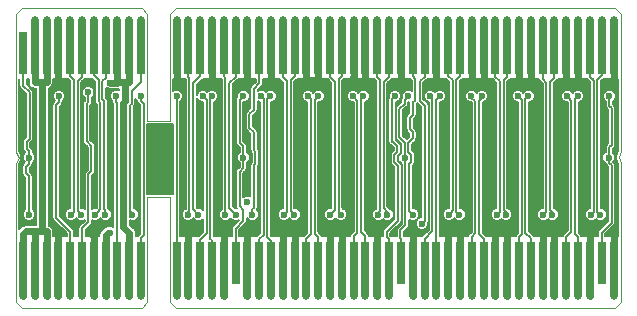
<source format=gtl>
G04 #@! TF.FileFunction,Copper,L1,Top,Signal*
%FSLAX46Y46*%
G04 Gerber Fmt 4.6, Leading zero omitted, Abs format (unit mm)*
G04 Created by KiCad (PCBNEW 4.0.4+e1-6308~48~ubuntu14.04.1-stable) date Sat Oct 15 18:13:20 2016*
%MOMM*%
%LPD*%
G01*
G04 APERTURE LIST*
%ADD10C,0.350000*%
%ADD11C,0.100000*%
%ADD12R,0.650240X3.599180*%
%ADD13R,0.650240X4.599940*%
%ADD14O,0.650240X0.650240*%
%ADD15C,0.650240*%
%ADD16C,0.600000*%
%ADD17C,0.600000*%
%ADD18C,0.152400*%
%ADD19C,0.300000*%
G04 APERTURE END LIST*
D10*
D11*
X148500000Y-88575000D02*
X148500000Y-76900000D01*
X148800000Y-89075000D02*
X148500000Y-89575000D01*
X148500000Y-88575000D02*
X148800000Y-89075000D01*
X199550000Y-89050000D02*
X199750000Y-88550000D01*
X199750000Y-89550000D02*
X199550000Y-89050000D01*
X199750000Y-88550000D02*
X199750000Y-76900000D01*
X199250000Y-101800000D02*
X199750000Y-101300000D01*
X162050000Y-101800000D02*
X161550000Y-101300000D01*
X159150000Y-101800000D02*
X159650000Y-101300000D01*
X149000000Y-101800000D02*
X148500000Y-101300000D01*
X199750000Y-76900000D02*
X199250000Y-76400000D01*
X159650000Y-76900000D02*
X159150000Y-76400000D01*
X161550000Y-76900000D02*
X162050000Y-76400000D01*
X148500000Y-76900000D02*
X149000000Y-76400000D01*
X159650000Y-92400000D02*
X161550000Y-92400000D01*
X159650000Y-85950000D02*
X161550000Y-85950000D01*
X162050000Y-101800000D02*
X199250000Y-101800000D01*
X161550000Y-92400000D02*
X161550000Y-101300000D01*
X159650000Y-101300000D02*
X159650000Y-92400000D01*
X149000000Y-101800000D02*
X159150000Y-101800000D01*
X148500000Y-89575000D02*
X148500000Y-101300000D01*
X159150000Y-76400000D02*
X149000000Y-76400000D01*
X159650000Y-85950000D02*
X159650000Y-76900000D01*
X161550000Y-76900000D02*
X161550000Y-85950000D01*
X199250000Y-76400000D02*
X162050000Y-76400000D01*
X199750000Y-101300000D02*
X199750000Y-89550000D01*
D12*
X149111000Y-80225620D03*
D13*
X150111000Y-79725620D03*
X151111000Y-79725620D03*
X152111000Y-79725620D03*
X153111000Y-79725620D03*
X154111000Y-79725620D03*
X155111000Y-79725620D03*
X156111000Y-79725620D03*
X157111000Y-79725620D03*
X158111000Y-79725620D03*
X159111000Y-79725620D03*
X162111000Y-79725620D03*
X163111000Y-79725620D03*
X164111000Y-79725620D03*
X165111000Y-79725620D03*
X166111000Y-79725620D03*
X167111000Y-79725620D03*
X168111000Y-79725620D03*
X169111000Y-79725620D03*
X170111000Y-79725620D03*
X171111000Y-79725620D03*
X172111000Y-79725620D03*
X173111000Y-79725620D03*
X174111000Y-79725620D03*
X175111000Y-79725620D03*
X176111000Y-79725620D03*
X177111000Y-79725620D03*
X178111000Y-79725620D03*
X179111000Y-79725620D03*
X180111000Y-79725620D03*
X181111000Y-79725620D03*
X182111000Y-79725620D03*
X183111000Y-79725620D03*
X184111000Y-79725620D03*
X185111000Y-79725620D03*
X186111000Y-79725620D03*
X187111000Y-79725620D03*
X188111000Y-79725620D03*
X189111000Y-79725620D03*
X190111000Y-79725620D03*
X191111000Y-79725620D03*
X192111000Y-79725620D03*
X193111000Y-79725620D03*
X194111000Y-79725620D03*
X195111000Y-79725620D03*
X196111000Y-79725620D03*
X197111000Y-79725620D03*
X198111000Y-79725620D03*
X199111000Y-79725620D03*
D14*
X150111000Y-77424380D03*
X151111000Y-77424380D03*
X152111000Y-77424380D03*
X153111000Y-77424380D03*
X154111000Y-77424380D03*
X155111000Y-77424380D03*
X156111000Y-77424380D03*
X157111000Y-77424380D03*
X158111000Y-77424380D03*
X159111000Y-77424380D03*
X162111000Y-77424380D03*
X163111000Y-77424380D03*
X164111000Y-77424380D03*
X165111000Y-77424380D03*
X166111000Y-77424380D03*
X167111000Y-77424380D03*
X168111000Y-77424380D03*
X169111000Y-77424380D03*
X170111000Y-77424380D03*
X171111000Y-77424380D03*
X172111000Y-77424380D03*
X173111000Y-77424380D03*
X174111000Y-77424380D03*
X175111000Y-77424380D03*
X176111000Y-77424380D03*
X177111000Y-77424380D03*
X178111000Y-77424380D03*
X179111000Y-77424380D03*
X180111000Y-77424380D03*
X181111000Y-77424380D03*
X182111000Y-77424380D03*
X183111000Y-77424380D03*
X184111000Y-77424380D03*
X185111000Y-77424380D03*
X186111000Y-77424380D03*
X187111000Y-77424380D03*
X188111000Y-77424380D03*
X189111000Y-77424380D03*
X190111000Y-77424380D03*
X191111000Y-77424380D03*
X192111000Y-77424380D03*
X193111000Y-77424380D03*
X194111000Y-77424380D03*
X195111000Y-77424380D03*
X196111000Y-77424380D03*
X197111000Y-77424380D03*
X198111000Y-77424380D03*
X199111000Y-77424380D03*
D13*
X149111000Y-98476000D03*
X150111000Y-98476000D03*
X151111000Y-98476000D03*
X152111000Y-98476000D03*
X153111000Y-98476000D03*
X154111000Y-98476000D03*
X155111000Y-98476000D03*
X156111000Y-98476000D03*
X157111000Y-98476000D03*
X158111000Y-98476000D03*
X159111000Y-98476000D03*
X162111000Y-98476000D03*
X163111000Y-98476000D03*
X164111000Y-98476000D03*
X165111000Y-98476000D03*
X166111000Y-98476000D03*
D12*
X167111000Y-97976000D03*
D13*
X168111000Y-98476000D03*
X169111000Y-98476000D03*
X170111000Y-98476000D03*
X171111000Y-98476000D03*
X172111000Y-98476000D03*
X173111000Y-98476000D03*
X174111000Y-98476000D03*
X175111000Y-98476000D03*
X176111000Y-98476000D03*
X177111000Y-98476000D03*
X178111000Y-98476000D03*
X179111000Y-98476000D03*
X180111000Y-98476000D03*
D12*
X181111000Y-97976000D03*
D13*
X182111000Y-98476000D03*
X183111000Y-98476000D03*
X184111000Y-98476000D03*
X185111000Y-98476000D03*
X186111000Y-98476000D03*
X187111000Y-98476000D03*
X188111000Y-98476000D03*
X189111000Y-98476000D03*
X190111000Y-98476000D03*
X191111000Y-98476000D03*
X192111000Y-98476000D03*
X193111000Y-98476000D03*
X194111000Y-98476000D03*
X195111000Y-98476000D03*
X196111000Y-98476000D03*
X197111000Y-98476000D03*
D12*
X198111000Y-97976000D03*
D13*
X199111000Y-98476000D03*
D15*
X149111000Y-100777240D03*
X150111000Y-100777240D03*
X151111000Y-100777240D03*
X152111000Y-100777240D03*
X153111000Y-100777240D03*
X154111000Y-100777240D03*
X155111000Y-100777240D03*
X156111000Y-100777240D03*
X157111000Y-100777240D03*
X158111000Y-100777240D03*
X159111000Y-100777240D03*
X162111000Y-100777240D03*
X163111000Y-100777240D03*
X164111000Y-100777240D03*
X165111000Y-100777240D03*
X166111000Y-100777240D03*
X168111000Y-100777240D03*
X169111000Y-100777240D03*
X170111000Y-100777240D03*
X171111000Y-100777240D03*
X172111000Y-100777240D03*
X173111000Y-100777240D03*
X174111000Y-100777240D03*
X175111000Y-100777240D03*
X176111000Y-100777240D03*
X177111000Y-100777240D03*
X178111000Y-100777240D03*
X179111000Y-100777240D03*
X180111000Y-100777240D03*
X182111000Y-100777240D03*
X183111000Y-100777240D03*
X184111000Y-100777240D03*
X185111000Y-100777240D03*
X186111000Y-100777240D03*
X187111000Y-100777240D03*
X188111000Y-100777240D03*
X189111000Y-100777240D03*
X190111000Y-100777240D03*
X191111000Y-100777240D03*
X192111000Y-100777240D03*
X193111000Y-100777240D03*
X194111000Y-100777240D03*
X195111000Y-100777240D03*
X196111000Y-100777240D03*
X197111000Y-100777240D03*
X199111000Y-100777240D03*
D16*
X168097500Y-92824500D03*
X151111000Y-82696000D03*
X151111000Y-95333000D03*
X148984000Y-92761000D03*
X149111000Y-83871000D03*
X149111000Y-87046000D03*
X150000000Y-90094000D03*
X150000000Y-88062000D03*
X152730500Y-88379500D03*
X152667000Y-89713000D03*
X154318000Y-89713000D03*
X172733000Y-89967000D03*
X174701500Y-89903500D03*
X176733500Y-89903500D03*
X178384500Y-89903500D03*
X170574000Y-90475000D03*
X168034000Y-90475000D03*
X167145000Y-89840000D03*
X165621000Y-89840000D03*
X164097000Y-89840000D03*
X182575500Y-85776000D03*
X182448500Y-88316000D03*
X182448500Y-92888000D03*
X182448500Y-89776500D03*
X181559500Y-85204500D03*
X181559500Y-87109500D03*
X190513000Y-95428000D03*
X194577000Y-95301000D03*
X198387000Y-90157500D03*
X198323500Y-87554000D03*
X196609000Y-88316000D03*
X194640500Y-88316000D03*
X192545000Y-88316000D03*
X190576500Y-88316000D03*
X188608000Y-88316000D03*
X186576000Y-88316000D03*
X184798000Y-88316000D03*
X180480000Y-95555000D03*
X180226000Y-88316000D03*
X180226000Y-89903500D03*
X172606000Y-95301000D03*
X168859500Y-85649000D03*
X174701500Y-82982000D03*
X172606000Y-82728000D03*
X178321000Y-88316000D03*
X176670000Y-88316000D03*
X174638000Y-88316000D03*
X172733000Y-88316000D03*
X170574000Y-88316000D03*
X168034000Y-84760000D03*
X168034000Y-87173000D03*
X167145000Y-88316000D03*
X165621000Y-88316000D03*
X164097000Y-88316000D03*
X158572500Y-94729500D03*
X155080000Y-84887000D03*
X158763000Y-88316000D03*
X158763000Y-89840000D03*
X198323500Y-85268000D03*
X154318000Y-88379500D03*
X156500000Y-88379500D03*
X156500000Y-89776500D03*
X184861500Y-89776500D03*
X186639500Y-89776500D03*
X188608000Y-89776500D03*
X190576500Y-89776500D03*
X192545000Y-89776500D03*
X194640500Y-89713000D03*
X196672500Y-89776500D03*
X161366500Y-91745000D03*
X159906000Y-91745000D03*
X159906000Y-89840000D03*
X161430000Y-89840000D03*
X161430000Y-88316000D03*
X159906000Y-88316000D03*
X159906000Y-86665000D03*
X161366500Y-86665000D03*
X198387000Y-93015000D03*
X154699000Y-82728000D03*
X196615000Y-82722000D03*
X199111000Y-82639000D03*
X194577000Y-82728000D03*
X178384500Y-82664500D03*
X192545000Y-95301000D03*
X188608000Y-95428000D03*
X190640000Y-82728000D03*
X186576000Y-82728000D03*
X184671000Y-82653000D03*
X181623000Y-82724000D03*
X176797000Y-82728000D03*
X170701000Y-82646000D03*
X168111000Y-82651000D03*
X165621000Y-82728000D03*
X162636500Y-82855000D03*
X196609000Y-95301000D03*
X184671000Y-95428000D03*
X181686500Y-95428000D03*
X178575000Y-95400000D03*
X174638000Y-95428000D03*
X170574000Y-95301000D03*
X168111000Y-95351000D03*
X165621000Y-95319000D03*
X162700000Y-95331000D03*
X152111000Y-82680000D03*
X154826000Y-95459000D03*
X152111000Y-95349000D03*
X199111000Y-95301000D03*
X156477000Y-82728000D03*
X158111000Y-82711000D03*
X158111000Y-95445000D03*
X156477000Y-95428000D03*
X149619000Y-89078000D03*
X167780000Y-89078000D03*
X181750000Y-83871000D03*
X198768000Y-83871000D03*
X198700000Y-89078000D03*
X181432500Y-89141500D03*
X167780000Y-83871000D03*
X149619000Y-93904000D03*
X158382000Y-93904000D03*
X152159000Y-83871000D03*
X154635500Y-83553500D03*
X156985000Y-83871000D03*
X159111000Y-83871000D03*
X162111000Y-83871000D03*
X164351000Y-83871000D03*
X165113000Y-83871000D03*
X169304000Y-83871000D03*
X170066000Y-83871000D03*
X173241000Y-83871000D03*
X174130000Y-83871000D03*
X177051000Y-83871000D03*
X177940000Y-83871000D03*
X180607000Y-83871000D03*
X183591500Y-83871000D03*
X184417000Y-83871000D03*
X187084000Y-83871000D03*
X187973000Y-83871000D03*
X191021000Y-83871000D03*
X191910000Y-83871000D03*
X195212000Y-83871000D03*
X196101000Y-83871000D03*
X153175000Y-93904000D03*
X154064000Y-93904000D03*
X155207000Y-93904000D03*
X156096000Y-93904000D03*
X163081000Y-93904000D03*
X163970000Y-93904000D03*
X166256000Y-93904000D03*
X167145000Y-93904000D03*
X168542000Y-93904000D03*
X171209000Y-93904000D03*
X172098000Y-93904000D03*
X175146000Y-93904000D03*
X176035000Y-93904000D03*
X179210000Y-93904000D03*
X179972000Y-93904000D03*
X182131000Y-93904000D03*
X182893000Y-94666000D03*
X185179000Y-93904000D03*
X186068000Y-93904000D03*
X189243000Y-93904000D03*
X190005000Y-93904000D03*
X193180000Y-93904000D03*
X193942000Y-93904000D03*
X197244000Y-93904000D03*
X198006000Y-93904000D03*
D17*
X150111000Y-79725620D02*
X150111000Y-77424380D01*
X151111000Y-79725620D02*
X151111000Y-77424380D01*
X150762000Y-82696000D02*
X151111000Y-82696000D01*
X150127000Y-82696000D02*
X150762000Y-82696000D01*
X150127000Y-95333000D02*
X150762000Y-95333000D01*
X150762000Y-95333000D02*
X151111000Y-95333000D01*
X150762000Y-82696000D02*
X150762000Y-95333000D01*
X151111000Y-100777240D02*
X151111000Y-98476000D01*
X150111000Y-100777240D02*
X150111000Y-98476000D01*
X149111000Y-100777240D02*
X149111000Y-98476000D01*
X149333000Y-95333000D02*
X150127000Y-95333000D01*
X150111000Y-98476000D02*
X150111000Y-95349000D01*
X150111000Y-95349000D02*
X150127000Y-95333000D01*
X149111000Y-95555000D02*
X149333000Y-95333000D01*
X149111000Y-98476000D02*
X149111000Y-95555000D01*
X150111000Y-82712000D02*
X150127000Y-82696000D01*
X150111000Y-79725620D02*
X150111000Y-82712000D01*
X151095000Y-82712000D02*
X151111000Y-82696000D01*
X151095000Y-95317000D02*
X151111000Y-95333000D01*
X151111000Y-79725620D02*
X151111000Y-82696000D01*
X151111000Y-98476000D02*
X151111000Y-95333000D01*
D18*
X168034000Y-87173000D02*
X168288000Y-87427000D01*
X168288000Y-90221000D02*
X168034000Y-90475000D01*
X168288000Y-87427000D02*
X168288000Y-88570000D01*
X168288000Y-88570000D02*
X168415000Y-88697000D01*
X168415000Y-88697000D02*
X168415000Y-89459000D01*
X168288000Y-89586000D02*
X168288000Y-90221000D01*
X168415000Y-89459000D02*
X168288000Y-89586000D01*
X180226000Y-89903500D02*
X180353000Y-89903500D01*
X180353000Y-89903500D02*
X180543500Y-90094000D01*
D17*
X152111000Y-79725620D02*
X152111000Y-77424380D01*
X162111000Y-79725620D02*
X162111000Y-77424380D01*
X165111000Y-79725620D02*
X165111000Y-77424380D01*
X168111000Y-79725620D02*
X168111000Y-77424380D01*
X173111000Y-79725620D02*
X173111000Y-77424380D01*
X174111000Y-79725620D02*
X174111000Y-77424380D01*
X178111000Y-79725620D02*
X178111000Y-77424380D01*
X177111000Y-79725620D02*
X177111000Y-77424380D01*
X184111000Y-79725620D02*
X184111000Y-77424380D01*
X181111000Y-79725620D02*
X181111000Y-77424380D01*
X187111000Y-79725620D02*
X187111000Y-77424380D01*
X188111000Y-79725620D02*
X188111000Y-77424380D01*
X191111000Y-79725620D02*
X191111000Y-77424380D01*
X192111000Y-79725620D02*
X192111000Y-77424380D01*
X199111000Y-79725620D02*
X199111000Y-77424380D01*
X196111000Y-79725620D02*
X196111000Y-77424380D01*
X163111000Y-100777240D02*
X163111000Y-98476000D01*
X172606000Y-95301000D02*
X172251000Y-95301000D01*
X172251000Y-95301000D02*
X172111000Y-95441000D01*
X179111000Y-100777240D02*
X179111000Y-98476000D01*
X182111000Y-100777240D02*
X182111000Y-98476000D01*
X185111000Y-100777240D02*
X185111000Y-98476000D01*
X186111000Y-100777240D02*
X186111000Y-98476000D01*
X189111000Y-100777240D02*
X189111000Y-98476000D01*
X190111000Y-100777240D02*
X190111000Y-98476000D01*
X193111000Y-100777240D02*
X193111000Y-98476000D01*
X194111000Y-100777240D02*
X194111000Y-98476000D01*
X197111000Y-100777240D02*
X197111000Y-98476000D01*
D18*
X148984000Y-92634000D02*
X148984000Y-92761000D01*
X148984000Y-88697000D02*
X148984000Y-92634000D01*
X149111000Y-88570000D02*
X148984000Y-88697000D01*
X149111000Y-87046000D02*
X149111000Y-88570000D01*
X149111000Y-87046000D02*
X149111000Y-83871000D01*
X169177000Y-94666000D02*
X168492000Y-95351000D01*
X168492000Y-95351000D02*
X168111000Y-95351000D01*
X169177000Y-86411000D02*
X169177000Y-94666000D01*
X168859500Y-86093500D02*
X169177000Y-86411000D01*
X168859500Y-85649000D02*
X168859500Y-86093500D01*
X181559500Y-87109500D02*
X181559500Y-85204500D01*
X179972000Y-83363000D02*
X180611000Y-82724000D01*
X180611000Y-82724000D02*
X181623000Y-82724000D01*
X179972000Y-87998500D02*
X179972000Y-83363000D01*
X180226000Y-88252500D02*
X179972000Y-87998500D01*
X180226000Y-88316000D02*
X180226000Y-88252500D01*
X181115000Y-87998500D02*
X181115000Y-88697000D01*
X180670500Y-84633000D02*
X180670500Y-87554000D01*
X180670500Y-87554000D02*
X181115000Y-87998500D01*
X181051500Y-84252000D02*
X180670500Y-84633000D01*
X181115000Y-84061500D02*
X181115000Y-84252000D01*
X181115000Y-84252000D02*
X181051500Y-84252000D01*
X183020000Y-83172500D02*
X183539500Y-82653000D01*
X183539500Y-82653000D02*
X184671000Y-82653000D01*
X183020000Y-84061500D02*
X183020000Y-83172500D01*
X183464500Y-84506000D02*
X183020000Y-84061500D01*
X183464500Y-94983500D02*
X183464500Y-84506000D01*
X183020000Y-95428000D02*
X183464500Y-94983500D01*
X181750000Y-95428000D02*
X183020000Y-95428000D01*
X181623000Y-82724000D02*
X181178500Y-83168500D01*
X180480000Y-95237500D02*
X180480000Y-95555000D01*
X181178500Y-83168500D02*
X181178500Y-83998000D01*
X181178500Y-89649500D02*
X181178500Y-94539000D01*
X181178500Y-83998000D02*
X181115000Y-84061500D01*
X181115000Y-88697000D02*
X180861000Y-88951000D01*
X180861000Y-88951000D02*
X180861000Y-89332000D01*
X180861000Y-89332000D02*
X181178500Y-89649500D01*
X181178500Y-94539000D02*
X180480000Y-95237500D01*
X188608000Y-95428000D02*
X190513000Y-95428000D01*
X192545000Y-95301000D02*
X194577000Y-95301000D01*
X198387000Y-90157500D02*
X198387000Y-89459000D01*
X198387000Y-93015000D02*
X198387000Y-90157500D01*
X180543500Y-90094000D02*
X180543500Y-94221500D01*
X180543500Y-94221500D02*
X179365000Y-95400000D01*
X179365000Y-95400000D02*
X178575000Y-95400000D01*
X174447500Y-82728000D02*
X174701500Y-82982000D01*
X172606000Y-82728000D02*
X174447500Y-82728000D01*
X172606000Y-84252000D02*
X172606000Y-82728000D01*
X172733000Y-84379000D02*
X172606000Y-84252000D01*
X172733000Y-88316000D02*
X172733000Y-84379000D01*
X159017000Y-94285000D02*
X158572500Y-94729500D01*
X159017000Y-93523000D02*
X159017000Y-94285000D01*
X158763000Y-93269000D02*
X159017000Y-93523000D01*
X158763000Y-89840000D02*
X158763000Y-93269000D01*
X154064000Y-83299500D02*
X154064000Y-88189000D01*
X154064000Y-88189000D02*
X154254500Y-88379500D01*
X154635500Y-82728000D02*
X154064000Y-83299500D01*
X154699000Y-82728000D02*
X154635500Y-82728000D01*
X155207000Y-85712500D02*
X155207000Y-87744500D01*
X155080000Y-84950500D02*
X155080000Y-85585500D01*
X155080000Y-85585500D02*
X155207000Y-85712500D01*
X155207000Y-83172500D02*
X155207000Y-84252000D01*
X155080000Y-84950500D02*
X155080000Y-84379000D01*
X155080000Y-84379000D02*
X155207000Y-84252000D01*
X155207000Y-92761000D02*
X155080000Y-92888000D01*
X155207000Y-87744500D02*
X155207000Y-92761000D01*
X154762500Y-82728000D02*
X155207000Y-83172500D01*
X154699000Y-82728000D02*
X154762500Y-82728000D01*
X198133000Y-85014000D02*
X198323500Y-85204500D01*
X198323500Y-85204500D02*
X198323500Y-85268000D01*
X198133000Y-84950500D02*
X198133000Y-85014000D01*
X198133000Y-83617000D02*
X198133000Y-84950500D01*
X199111000Y-82639000D02*
X198133000Y-83617000D01*
X159779000Y-91745000D02*
X161366500Y-91745000D01*
X161430000Y-91745000D02*
X161366500Y-91745000D01*
X159779000Y-89840000D02*
X159779000Y-91745000D01*
X161430000Y-89840000D02*
X159779000Y-89840000D01*
D17*
X195111000Y-79725620D02*
X195111000Y-77424380D01*
X170111000Y-79725620D02*
X170111000Y-77424380D01*
X166111000Y-98476000D02*
X166111000Y-100777240D01*
X168111000Y-98476000D02*
X168111000Y-100777240D01*
X171111000Y-98476000D02*
X171111000Y-100777240D01*
X172111000Y-98476000D02*
X172111000Y-100777240D01*
X175111000Y-98476000D02*
X175111000Y-100777240D01*
X176111000Y-98476000D02*
X176111000Y-100777240D01*
X155111000Y-98476000D02*
X155111000Y-100777240D01*
X152111000Y-100777240D02*
X152111000Y-98476000D01*
X172111000Y-95441000D02*
X172000000Y-95330000D01*
X172000000Y-95330000D02*
X171111000Y-95330000D01*
X172111000Y-98476000D02*
X172111000Y-95441000D01*
X176111000Y-95504000D02*
X176070000Y-95463000D01*
X176070000Y-95463000D02*
X175111000Y-95463000D01*
X176111000Y-98476000D02*
X176111000Y-95504000D01*
X186111000Y-95471000D02*
X186086000Y-95496000D01*
X186086000Y-95496000D02*
X185111000Y-95496000D01*
X186111000Y-98476000D02*
X186111000Y-95471000D01*
X190111000Y-95576000D02*
X189968000Y-95433000D01*
X189968000Y-95433000D02*
X189111000Y-95433000D01*
X190111000Y-98476000D02*
X190111000Y-95576000D01*
X189111000Y-98476000D02*
X189111000Y-95433000D01*
X189111000Y-95433000D02*
X189106000Y-95428000D01*
X189106000Y-95428000D02*
X188608000Y-95428000D01*
X193942000Y-95301000D02*
X193180000Y-95301000D01*
X193180000Y-95301000D02*
X192545000Y-95301000D01*
X193111000Y-98476000D02*
X193111000Y-95370000D01*
X193111000Y-95370000D02*
X193180000Y-95301000D01*
X194111000Y-95470000D02*
X193942000Y-95301000D01*
X194111000Y-98476000D02*
X194111000Y-95470000D01*
X196615000Y-82722000D02*
X196101000Y-82722000D01*
X196101000Y-82722000D02*
X195085000Y-82722000D01*
X196111000Y-79725620D02*
X196111000Y-82712000D01*
X196111000Y-82712000D02*
X196101000Y-82722000D01*
X195085000Y-82722000D02*
X194583000Y-82722000D01*
X195111000Y-79725620D02*
X195111000Y-82696000D01*
X195111000Y-82696000D02*
X195085000Y-82722000D01*
X194583000Y-82722000D02*
X194577000Y-82728000D01*
X191910000Y-82728000D02*
X191148000Y-82728000D01*
X191148000Y-82728000D02*
X190640000Y-82728000D01*
X191111000Y-79725620D02*
X191111000Y-82691000D01*
X191111000Y-82691000D02*
X191148000Y-82728000D01*
X192111000Y-82527000D02*
X191910000Y-82728000D01*
X192111000Y-79725620D02*
X192111000Y-82527000D01*
X187973000Y-82728000D02*
X187084000Y-82728000D01*
X187084000Y-82728000D02*
X186576000Y-82728000D01*
X187111000Y-79725620D02*
X187111000Y-82701000D01*
X187111000Y-82701000D02*
X187084000Y-82728000D01*
X188111000Y-82590000D02*
X187973000Y-82728000D01*
X188111000Y-79725620D02*
X188111000Y-82590000D01*
X177051000Y-82601000D02*
X178067000Y-82601000D01*
X178067000Y-82601000D02*
X178603000Y-82601000D01*
X178111000Y-79725620D02*
X178111000Y-82557000D01*
X178111000Y-82557000D02*
X178067000Y-82601000D01*
X178603000Y-82601000D02*
X178702000Y-82700000D01*
X174111000Y-82455000D02*
X174089000Y-82477000D01*
X174089000Y-82477000D02*
X173111000Y-82477000D01*
X174111000Y-79725620D02*
X174111000Y-82455000D01*
X173111000Y-79725620D02*
X173111000Y-82477000D01*
X173111000Y-82477000D02*
X172860000Y-82728000D01*
X170111000Y-82646000D02*
X170701000Y-82646000D01*
X175111000Y-95463000D02*
X174638000Y-95463000D01*
X171111000Y-95330000D02*
X170603000Y-95330000D01*
X170603000Y-95330000D02*
X170574000Y-95301000D01*
X197111000Y-95307000D02*
X196615000Y-95307000D01*
X196615000Y-95307000D02*
X196609000Y-95301000D01*
X185111000Y-95496000D02*
X184739000Y-95496000D01*
X184739000Y-95496000D02*
X184671000Y-95428000D01*
X182258000Y-95428000D02*
X181790000Y-95428000D01*
X181643000Y-95448000D02*
X181623000Y-95428000D01*
X179111000Y-95400000D02*
X178575000Y-95400000D01*
X177051000Y-82601000D02*
X176543000Y-82601000D01*
X199111000Y-79725620D02*
X199111000Y-82639000D01*
X199111000Y-95301000D02*
X199111000Y-98476000D01*
X181623000Y-82724000D02*
X181111000Y-82724000D01*
X193111000Y-98476000D02*
X193111000Y-95867000D01*
X184111000Y-82653000D02*
X184671000Y-82653000D01*
X177051000Y-82601000D02*
X177051000Y-82213000D01*
X177051000Y-82213000D02*
X177111000Y-82153000D01*
X165621000Y-95319000D02*
X166111000Y-95319000D01*
X165621000Y-82728000D02*
X165113000Y-82728000D01*
X165113000Y-82728000D02*
X165111000Y-82726000D01*
X162700000Y-95331000D02*
X163111000Y-95331000D01*
X162111000Y-82728000D02*
X162573000Y-82728000D01*
X184111000Y-79725620D02*
X184111000Y-82653000D01*
X181111000Y-79725620D02*
X181111000Y-82724000D01*
X177111000Y-79725620D02*
X177111000Y-82153000D01*
X162111000Y-79725620D02*
X162111000Y-82728000D01*
X170111000Y-79725620D02*
X170111000Y-82646000D01*
X168111000Y-79725620D02*
X168111000Y-82651000D01*
X165111000Y-79725620D02*
X165111000Y-82726000D01*
X197111000Y-98476000D02*
X197111000Y-95307000D01*
X185111000Y-98476000D02*
X185111000Y-95496000D01*
X182111000Y-98476000D02*
X182111000Y-95448000D01*
X179111000Y-98476000D02*
X179111000Y-95400000D01*
X175111000Y-98476000D02*
X175111000Y-95463000D01*
X171111000Y-98476000D02*
X171111000Y-95330000D01*
X168111000Y-98476000D02*
X168111000Y-95351000D01*
X166111000Y-98476000D02*
X166111000Y-95319000D01*
X163111000Y-98476000D02*
X163111000Y-95331000D01*
X155111000Y-98476000D02*
X155111000Y-95744000D01*
X155111000Y-95744000D02*
X154826000Y-95459000D01*
X152111000Y-79725620D02*
X152111000Y-82680000D01*
X152111000Y-98476000D02*
X152111000Y-95349000D01*
X158111000Y-79725620D02*
X158111000Y-77424380D01*
X157747000Y-82711000D02*
X157747000Y-84315500D01*
X157747000Y-84315500D02*
X157620000Y-84442500D01*
X157620000Y-84442500D02*
X157620000Y-94983500D01*
X157620000Y-94983500D02*
X158081500Y-95445000D01*
X158081500Y-95445000D02*
X158111000Y-95445000D01*
X157111000Y-79725620D02*
X157111000Y-77424380D01*
X158111000Y-100777240D02*
X158111000Y-98476000D01*
X156111000Y-98476000D02*
X156111000Y-100777240D01*
X157111000Y-82727000D02*
X156478000Y-82727000D01*
X156478000Y-82727000D02*
X156477000Y-82728000D01*
X157127000Y-82711000D02*
X157747000Y-82711000D01*
X157747000Y-82711000D02*
X158111000Y-82711000D01*
X157111000Y-82727000D02*
X157127000Y-82711000D01*
X157111000Y-79725620D02*
X157111000Y-82727000D01*
X156111000Y-98476000D02*
X156111000Y-95667000D01*
X156111000Y-95667000D02*
X156350000Y-95428000D01*
X158111000Y-79725620D02*
X158111000Y-82711000D01*
X158111000Y-98476000D02*
X158111000Y-95445000D01*
D18*
X149619000Y-93904000D02*
X149619000Y-90665500D01*
X149619000Y-90665500D02*
X149365000Y-90411500D01*
X149365000Y-90411500D02*
X149365000Y-89840000D01*
X149365000Y-89840000D02*
X149620000Y-89585000D01*
X149620000Y-89585000D02*
X149620000Y-89079000D01*
X149620000Y-89079000D02*
X149619000Y-89078000D01*
X181432500Y-88697000D02*
X181432500Y-87808000D01*
X180988000Y-87363500D02*
X181432500Y-87808000D01*
X180988000Y-84950500D02*
X180988000Y-87363500D01*
X181432500Y-84506000D02*
X181432500Y-84188500D01*
X181432500Y-84506000D02*
X180988000Y-84950500D01*
X181496000Y-93586500D02*
X181496000Y-89205000D01*
X181496000Y-89205000D02*
X181432500Y-89141500D01*
X181432500Y-88697000D02*
X181432500Y-89141500D01*
X181750000Y-83871000D02*
X181432500Y-84188500D01*
X181496000Y-94793000D02*
X181051500Y-95237500D01*
X181496000Y-93586500D02*
X181496000Y-94793000D01*
X181051500Y-95237500D02*
X181051500Y-95872500D01*
X181051500Y-95872500D02*
X181115000Y-95936000D01*
X181115000Y-95936000D02*
X181115000Y-97972000D01*
X181115000Y-97972000D02*
X181111000Y-97976000D01*
X198111000Y-97976000D02*
X198111000Y-95450000D01*
X198958500Y-89713000D02*
X198768000Y-89522500D01*
X198111000Y-95450000D02*
X198958500Y-94602500D01*
X198958500Y-94602500D02*
X198958500Y-89713000D01*
X198768000Y-89522500D02*
X198768000Y-89078000D01*
X167780000Y-83871000D02*
X167462500Y-84188500D01*
X167462500Y-84188500D02*
X167462500Y-87808000D01*
X167462500Y-87808000D02*
X167780000Y-88125500D01*
X167780000Y-88125500D02*
X167780000Y-89078000D01*
X167111000Y-97976000D02*
X167111000Y-95081000D01*
X167111000Y-95081000D02*
X167780000Y-94412000D01*
X167780000Y-94412000D02*
X167780000Y-93523000D01*
X167780000Y-89967000D02*
X167780000Y-89078000D01*
X167780000Y-93523000D02*
X167462500Y-93205500D01*
X167462500Y-93205500D02*
X167462500Y-90284500D01*
X167462500Y-90284500D02*
X167780000Y-89967000D01*
X149619000Y-89078000D02*
X149619000Y-88506500D01*
X149619000Y-88506500D02*
X149428500Y-88316000D01*
X149428500Y-88316000D02*
X149428500Y-87744500D01*
X149428500Y-87744500D02*
X149682500Y-87490500D01*
X149682500Y-87490500D02*
X149682500Y-83553500D01*
X149682500Y-83553500D02*
X149111000Y-82982000D01*
X149111000Y-82982000D02*
X149111000Y-80225620D01*
X198768000Y-84696500D02*
X198958500Y-84887000D01*
X198958500Y-87998500D02*
X198768000Y-88189000D01*
X198958500Y-84887000D02*
X198958500Y-87998500D01*
X198768000Y-83871000D02*
X198768000Y-84696500D01*
X198768000Y-88189000D02*
X198768000Y-89078000D01*
X198133000Y-97954000D02*
X198111000Y-97976000D01*
X159111000Y-79725620D02*
X159111000Y-82634000D01*
X159111000Y-82634000D02*
X158318500Y-83426500D01*
X158318500Y-83426500D02*
X158318500Y-84506000D01*
X158191500Y-84633000D02*
X158191500Y-93586500D01*
X158318500Y-84506000D02*
X158191500Y-84633000D01*
X158191500Y-93586500D02*
X158509000Y-93904000D01*
X159111000Y-77424380D02*
X159111000Y-79725620D01*
X153111000Y-100777240D02*
X153111000Y-98476000D01*
X153111000Y-98476000D02*
X153111000Y-95364000D01*
X153111000Y-95364000D02*
X151905000Y-94158000D01*
X151905000Y-94158000D02*
X151905000Y-84633000D01*
X151905000Y-84633000D02*
X152159000Y-84379000D01*
X152159000Y-84379000D02*
X152159000Y-83871000D01*
X153048000Y-98413000D02*
X153111000Y-98476000D01*
X154635500Y-83553500D02*
X154635500Y-84379000D01*
X154889500Y-90221000D02*
X154635500Y-90475000D01*
X154635500Y-84379000D02*
X154508500Y-84506000D01*
X154635500Y-94539000D02*
X154111000Y-95063500D01*
X154508500Y-84506000D02*
X154508500Y-87681000D01*
X154635500Y-90475000D02*
X154635500Y-94539000D01*
X154508500Y-87681000D02*
X154889500Y-88062000D01*
X154889500Y-88062000D02*
X154889500Y-90221000D01*
X154111000Y-95063500D02*
X154111000Y-98476000D01*
X154111000Y-100777240D02*
X154111000Y-98476000D01*
X157111000Y-98476000D02*
X157111000Y-95936000D01*
X157048500Y-84444500D02*
X157048500Y-95873500D01*
X157048500Y-95873500D02*
X157111000Y-95936000D01*
X156984000Y-84380000D02*
X157048500Y-84444500D01*
X156985000Y-84380000D02*
X156984000Y-84380000D01*
X156985000Y-83871000D02*
X156985000Y-84380000D01*
X157111000Y-100777240D02*
X157111000Y-98476000D01*
X159111000Y-84315500D02*
X159111000Y-83871000D01*
X159111000Y-84315500D02*
X159334500Y-84539000D01*
X159334500Y-84539000D02*
X159334500Y-95649000D01*
X159334500Y-95649000D02*
X159111000Y-95872500D01*
X159111000Y-95872500D02*
X159111000Y-99459000D01*
X159111000Y-100777240D02*
X159111000Y-98476000D01*
X162111000Y-83871000D02*
X162111000Y-98476000D01*
X164111000Y-98476000D02*
X164111000Y-96049000D01*
X164111000Y-96049000D02*
X164668500Y-95491500D01*
X164668500Y-95491500D02*
X164668500Y-84188500D01*
X164668500Y-84188500D02*
X164351000Y-83871000D01*
X164111000Y-98476000D02*
X164111000Y-100777240D01*
X165111000Y-98476000D02*
X165111000Y-100777240D01*
X165111000Y-98476000D02*
X165111000Y-96061000D01*
X165111000Y-96061000D02*
X164984000Y-95934000D01*
X164984000Y-95934000D02*
X164984000Y-84000000D01*
X164984000Y-84000000D02*
X165113000Y-83871000D01*
X169111000Y-98476000D02*
X169111000Y-100777240D01*
X169492000Y-84186000D02*
X169492000Y-84059000D01*
X169492000Y-84059000D02*
X169304000Y-83871000D01*
X169111000Y-98476000D02*
X169111000Y-96002000D01*
X169111000Y-96002000D02*
X169492000Y-95621000D01*
X169492000Y-95621000D02*
X169492000Y-84186000D01*
X170111000Y-98476000D02*
X170111000Y-100777240D01*
X169812000Y-84379000D02*
X169812000Y-84125000D01*
X169812000Y-84125000D02*
X170066000Y-83871000D01*
X169812000Y-95809000D02*
X169812000Y-84379000D01*
X170066000Y-96063000D02*
X169812000Y-95809000D01*
X170111000Y-96063000D02*
X170111000Y-98476000D01*
X170111000Y-96063000D02*
X170066000Y-96063000D01*
X173111000Y-98476000D02*
X173111000Y-100777240D01*
X173495000Y-95555000D02*
X173495000Y-84379000D01*
X173495000Y-84379000D02*
X173495000Y-84252000D01*
X173495000Y-84125000D02*
X173495000Y-84379000D01*
X173241000Y-83871000D02*
X173495000Y-84125000D01*
X173111000Y-95939000D02*
X173495000Y-95555000D01*
X173111000Y-98476000D02*
X173111000Y-95939000D01*
X173812500Y-95491500D02*
X173812500Y-84188500D01*
X173812500Y-84188500D02*
X174130000Y-83871000D01*
X173876000Y-95555000D02*
X173812500Y-95491500D01*
X173876000Y-95574000D02*
X173876000Y-95555000D01*
X173876000Y-95574000D02*
X173876000Y-95491500D01*
X174111000Y-98476000D02*
X174111000Y-100777240D01*
X173876000Y-95574000D02*
X174111000Y-95809000D01*
X174111000Y-95809000D02*
X174111000Y-98476000D01*
X177111000Y-98476000D02*
X177111000Y-100777240D01*
X177432000Y-95428000D02*
X177432000Y-84252000D01*
X177051000Y-83871000D02*
X177432000Y-84252000D01*
X177111000Y-95749000D02*
X177432000Y-95428000D01*
X177111000Y-98476000D02*
X177111000Y-95749000D01*
X178111000Y-98476000D02*
X178111000Y-95726000D01*
X178111000Y-95726000D02*
X177749500Y-95364500D01*
X177749500Y-95364500D02*
X177749500Y-84061500D01*
X177749500Y-84061500D02*
X177940000Y-83871000D01*
X178111000Y-98476000D02*
X178111000Y-100777240D01*
X180797500Y-88125500D02*
X180797500Y-88570000D01*
X180353000Y-87744500D02*
X180416500Y-87744500D01*
X180416500Y-87744500D02*
X180797500Y-88125500D01*
X180353000Y-84125000D02*
X180353000Y-87744500D01*
X180607000Y-83871000D02*
X180353000Y-84125000D01*
X180797500Y-88570000D02*
X180543500Y-88824000D01*
X180861000Y-89776500D02*
X180861000Y-94424000D01*
X180543500Y-88824000D02*
X180543500Y-89459000D01*
X179908500Y-95376500D02*
X179908500Y-95809000D01*
X180099000Y-95999500D02*
X180111000Y-95999500D01*
X180111000Y-95999500D02*
X180111000Y-98476000D01*
X180543500Y-89459000D02*
X180861000Y-89776500D01*
X179908500Y-95809000D02*
X180099000Y-95999500D01*
X180861000Y-94424000D02*
X179908500Y-95376500D01*
X180111000Y-100777240D02*
X180111000Y-98476000D01*
X183782000Y-84379000D02*
X183782000Y-84061500D01*
X183782000Y-84061500D02*
X183591500Y-83871000D01*
X183528000Y-95555000D02*
X183782000Y-95301000D01*
X183782000Y-95301000D02*
X183782000Y-84379000D01*
X183111000Y-98476000D02*
X183111000Y-100777240D01*
X183401000Y-95682000D02*
X183528000Y-95555000D01*
X183111000Y-95972000D02*
X183401000Y-95682000D01*
X183111000Y-98476000D02*
X183111000Y-95972000D01*
X184111000Y-98476000D02*
X184111000Y-84188500D01*
X184417000Y-83871000D02*
X184417000Y-83882500D01*
X184417000Y-83882500D02*
X184111000Y-84188500D01*
X184111000Y-98476000D02*
X184111000Y-100777240D01*
X187084000Y-83871000D02*
X187084000Y-83998000D01*
X187084000Y-83998000D02*
X187401500Y-84315500D01*
X187401500Y-84315500D02*
X187401500Y-95491500D01*
X187401500Y-95491500D02*
X187111000Y-95782000D01*
X187111000Y-95782000D02*
X187111000Y-98476000D01*
X187111000Y-100777240D02*
X187111000Y-98476000D01*
X188111000Y-100777240D02*
X188111000Y-98476000D01*
X187719000Y-95555000D02*
X187719000Y-84252000D01*
X187973000Y-83871000D02*
X187973000Y-83998000D01*
X187973000Y-83998000D02*
X187719000Y-84252000D01*
X188111000Y-95947000D02*
X187719000Y-95555000D01*
X188111000Y-98476000D02*
X188111000Y-95947000D01*
X191111000Y-100777240D02*
X191111000Y-98476000D01*
X191021000Y-83871000D02*
X191338500Y-84188500D01*
X191338500Y-84188500D02*
X191338500Y-95581500D01*
X191338500Y-95581500D02*
X191111000Y-95809000D01*
X191111000Y-95809000D02*
X191111000Y-98476000D01*
X192111000Y-100777240D02*
X192111000Y-98476000D01*
X191656000Y-84379000D02*
X191656000Y-84125000D01*
X191656000Y-84125000D02*
X191910000Y-83871000D01*
X191656000Y-95428000D02*
X191656000Y-84379000D01*
X192111000Y-95883000D02*
X191656000Y-95428000D01*
X192111000Y-98476000D02*
X192111000Y-95883000D01*
X195529500Y-84252000D02*
X195529500Y-95364500D01*
X195529500Y-95364500D02*
X195111000Y-95783000D01*
X195466000Y-84188500D02*
X195529500Y-84252000D01*
X195466000Y-84125000D02*
X195466000Y-84188500D01*
X195111000Y-100777240D02*
X195111000Y-98476000D01*
X195212000Y-83871000D02*
X195466000Y-84125000D01*
X195111000Y-95783000D02*
X195111000Y-98476000D01*
X196111000Y-100777240D02*
X196111000Y-98476000D01*
X195847000Y-95555000D02*
X195847000Y-84379000D01*
X195847000Y-84379000D02*
X195847000Y-84252000D01*
X195847000Y-84125000D02*
X195847000Y-84379000D01*
X196101000Y-83871000D02*
X195847000Y-84125000D01*
X196111000Y-95819000D02*
X195847000Y-95555000D01*
X196111000Y-98476000D02*
X196111000Y-95819000D01*
X153111000Y-79725620D02*
X153111000Y-77424380D01*
X153111000Y-79725620D02*
X153111000Y-82156000D01*
X153111000Y-82156000D02*
X153429000Y-82474000D01*
X153429000Y-82474000D02*
X153429000Y-93650000D01*
X153429000Y-93650000D02*
X153175000Y-93904000D01*
X154064000Y-93904000D02*
X153746500Y-93586500D01*
X153746500Y-93586500D02*
X153746500Y-82584500D01*
X153746500Y-82584500D02*
X154111000Y-82220000D01*
X154111000Y-82220000D02*
X154111000Y-79725620D01*
X154111000Y-79725620D02*
X154111000Y-77424380D01*
X155111000Y-79725620D02*
X155111000Y-82124000D01*
X155111000Y-82124000D02*
X155524500Y-82537500D01*
X155524500Y-82537500D02*
X155524500Y-84315500D01*
X155524500Y-84315500D02*
X155651500Y-84442500D01*
X155651500Y-84442500D02*
X155651500Y-93459500D01*
X155651500Y-93459500D02*
X155461000Y-93650000D01*
X155461000Y-93650000D02*
X155207000Y-93904000D01*
X155111000Y-79725620D02*
X155111000Y-77424380D01*
X156096000Y-93904000D02*
X156096000Y-93523000D01*
X156096000Y-93523000D02*
X155969000Y-93396000D01*
X155969000Y-93396000D02*
X155969000Y-84252000D01*
X155969000Y-84252000D02*
X155842000Y-84125000D01*
X155842000Y-84125000D02*
X155842000Y-82601000D01*
X155842000Y-82601000D02*
X156111000Y-82332000D01*
X156111000Y-82332000D02*
X156111000Y-82093000D01*
X156111000Y-82093000D02*
X156111000Y-79725620D01*
X156111000Y-77424380D02*
X156111000Y-79725620D01*
X163081000Y-93904000D02*
X163081000Y-93713500D01*
X163111000Y-82220000D02*
X163111000Y-79725620D01*
X163081000Y-93713500D02*
X163208000Y-93586500D01*
X163208000Y-93586500D02*
X163208000Y-82317000D01*
X163208000Y-82317000D02*
X163111000Y-82220000D01*
X163111000Y-79725620D02*
X163111000Y-77424380D01*
X163970000Y-93904000D02*
X163525500Y-93459500D01*
X163525500Y-93459500D02*
X163525500Y-82791500D01*
X163525500Y-82791500D02*
X164111000Y-82206000D01*
X164111000Y-82206000D02*
X164111000Y-79725620D01*
X164111000Y-79725620D02*
X164111000Y-77424380D01*
X166256000Y-82347000D02*
X166111000Y-82202000D01*
X166256000Y-93904000D02*
X166256000Y-82347000D01*
X166111000Y-79725620D02*
X166111000Y-77424380D01*
X166111000Y-82202000D02*
X166111000Y-79725620D01*
X167145000Y-93904000D02*
X166573500Y-93332500D01*
X166573500Y-93332500D02*
X166573500Y-82757500D01*
X166573500Y-82757500D02*
X167111000Y-82220000D01*
X167111000Y-82220000D02*
X167111000Y-79725620D01*
X167111000Y-79725620D02*
X167111000Y-77424380D01*
X168542000Y-93523000D02*
X168542000Y-93459500D01*
X168542000Y-93459500D02*
X168669000Y-93332500D01*
X168669000Y-93332500D02*
X168669000Y-89713000D01*
X168669000Y-89713000D02*
X168796000Y-89586000D01*
X168288000Y-86538000D02*
X168288000Y-85395000D01*
X168288000Y-85395000D02*
X168669000Y-85014000D01*
X168796000Y-89586000D02*
X168796000Y-88570000D01*
X168669000Y-83236000D02*
X169111000Y-82794000D01*
X168796000Y-88570000D02*
X168669000Y-88443000D01*
X168669000Y-85014000D02*
X168669000Y-83236000D01*
X168669000Y-88443000D02*
X168669000Y-86919000D01*
X168669000Y-86919000D02*
X168288000Y-86538000D01*
X169111000Y-82794000D02*
X169111000Y-79725620D01*
X169111000Y-79725620D02*
X169111000Y-77424380D01*
X168542000Y-93523000D02*
X168542000Y-93650000D01*
X168542000Y-93904000D02*
X168542000Y-93523000D01*
X171111000Y-79725620D02*
X171111000Y-77424380D01*
X171111000Y-79725620D02*
X171111000Y-82249000D01*
X171111000Y-82249000D02*
X171463000Y-82601000D01*
X171463000Y-82601000D02*
X171463000Y-93650000D01*
X171463000Y-93650000D02*
X171209000Y-93904000D01*
X172098000Y-93904000D02*
X171780500Y-93586500D01*
X171780500Y-93586500D02*
X171780500Y-82537500D01*
X171780500Y-82537500D02*
X172111000Y-82207000D01*
X172111000Y-82207000D02*
X172111000Y-79725620D01*
X172111000Y-79725620D02*
X172111000Y-77424380D01*
X175111000Y-79725620D02*
X175111000Y-77424380D01*
X175146000Y-93904000D02*
X175527000Y-93523000D01*
X175527000Y-93523000D02*
X175527000Y-82636000D01*
X175527000Y-82636000D02*
X175111000Y-82220000D01*
X175111000Y-82220000D02*
X175111000Y-79725620D01*
X176035000Y-93904000D02*
X175908000Y-93777000D01*
X175908000Y-93777000D02*
X175908000Y-93459500D01*
X175908000Y-93459500D02*
X175844500Y-93396000D01*
X175844500Y-93396000D02*
X175844500Y-82410500D01*
X175844500Y-82410500D02*
X176111000Y-82144000D01*
X176111000Y-82144000D02*
X176111000Y-79725620D01*
X176111000Y-79725620D02*
X176111000Y-77424380D01*
X179337000Y-82474000D02*
X179111000Y-82248000D01*
X179210000Y-93713500D02*
X179337000Y-93586500D01*
X179337000Y-93586500D02*
X179337000Y-82474000D01*
X179210000Y-93904000D02*
X179210000Y-93713500D01*
X179111000Y-79725620D02*
X179111000Y-77424380D01*
X179111000Y-82248000D02*
X179111000Y-79725620D01*
X179972000Y-93904000D02*
X179972000Y-93650000D01*
X179972000Y-93650000D02*
X179654500Y-93332500D01*
X179654500Y-93332500D02*
X179654500Y-82676500D01*
X179654500Y-82676500D02*
X180111000Y-82220000D01*
X180111000Y-82220000D02*
X180111000Y-79725620D01*
X180111000Y-79725620D02*
X180111000Y-77424380D01*
X181813500Y-89649500D02*
X181813500Y-93586500D01*
X181813500Y-93586500D02*
X182131000Y-93904000D01*
X182004000Y-89459000D02*
X181813500Y-89649500D01*
X182004000Y-88824000D02*
X182004000Y-89459000D01*
X181750000Y-88570000D02*
X182004000Y-88824000D01*
X181750000Y-87808000D02*
X181750000Y-88570000D01*
X182131000Y-87427000D02*
X181750000Y-87808000D01*
X182131000Y-86919000D02*
X182131000Y-87427000D01*
X181877000Y-86665000D02*
X182131000Y-86919000D01*
X181877000Y-85712500D02*
X181877000Y-86665000D01*
X182131000Y-85458500D02*
X181877000Y-85712500D01*
X182131000Y-84379000D02*
X182131000Y-85458500D01*
X182258000Y-84252000D02*
X182131000Y-84379000D01*
X182321500Y-82410500D02*
X182321500Y-84252000D01*
X182321500Y-84252000D02*
X182258000Y-84252000D01*
X182111000Y-79725620D02*
X182111000Y-82200000D01*
X182111000Y-82200000D02*
X182321500Y-82410500D01*
X182111000Y-79725620D02*
X182111000Y-77424380D01*
X183111000Y-79725620D02*
X183111000Y-82220000D01*
X183111000Y-82220000D02*
X182702500Y-82628500D01*
X183147000Y-94475500D02*
X182956500Y-94666000D01*
X182702500Y-82628500D02*
X182702500Y-84252000D01*
X182702500Y-84252000D02*
X183147000Y-84696500D01*
X183147000Y-84696500D02*
X183147000Y-94475500D01*
X183111000Y-79725620D02*
X183111000Y-77424380D01*
X185496500Y-93523000D02*
X185496500Y-82537500D01*
X185496500Y-82537500D02*
X185111000Y-82152000D01*
X185433000Y-93586500D02*
X185496500Y-93523000D01*
X185433000Y-93650000D02*
X185433000Y-93586500D01*
X185111000Y-79725620D02*
X185111000Y-77424380D01*
X185179000Y-93904000D02*
X185433000Y-93650000D01*
X185111000Y-79725620D02*
X185111000Y-82152000D01*
X186111000Y-79725620D02*
X186111000Y-77424380D01*
X185814000Y-82474000D02*
X185814000Y-93650000D01*
X186068000Y-93904000D02*
X185814000Y-93650000D01*
X186111000Y-82177000D02*
X185814000Y-82474000D01*
X186111000Y-79725620D02*
X186111000Y-82177000D01*
X189111000Y-79725620D02*
X189111000Y-77424380D01*
X189243000Y-93904000D02*
X189497000Y-93650000D01*
X189497000Y-93650000D02*
X189497000Y-82601000D01*
X189497000Y-82601000D02*
X189111000Y-82215000D01*
X189111000Y-82215000D02*
X189111000Y-79725620D01*
X189814500Y-93523000D02*
X189814500Y-82537500D01*
X189814500Y-82537500D02*
X190111000Y-82241000D01*
X190005000Y-93713500D02*
X189814500Y-93523000D01*
X190005000Y-93904000D02*
X190005000Y-93713500D01*
X190111000Y-79725620D02*
X190111000Y-77424380D01*
X190111000Y-79725620D02*
X190111000Y-82241000D01*
X193111000Y-79725620D02*
X193111000Y-77424380D01*
X193434000Y-93650000D02*
X193180000Y-93904000D01*
X193434000Y-82728000D02*
X193434000Y-93650000D01*
X193111000Y-82405000D02*
X193434000Y-82728000D01*
X193111000Y-79725620D02*
X193111000Y-82405000D01*
X193751500Y-93523000D02*
X193751500Y-82664500D01*
X193751500Y-82664500D02*
X194111000Y-82305000D01*
X193942000Y-93713500D02*
X193751500Y-93523000D01*
X193942000Y-93904000D02*
X193942000Y-93713500D01*
X194111000Y-79725620D02*
X194111000Y-77424380D01*
X194111000Y-79725620D02*
X194111000Y-82305000D01*
X197428500Y-82537500D02*
X197238000Y-82347000D01*
X197428500Y-82537500D02*
X197428500Y-93719500D01*
X197428500Y-93719500D02*
X197244000Y-93904000D01*
X197111000Y-79725620D02*
X197111000Y-77424380D01*
X197365000Y-82474000D02*
X197238000Y-82347000D01*
X197238000Y-82347000D02*
X197111000Y-82220000D01*
X197371000Y-93777000D02*
X197244000Y-93904000D01*
X197371000Y-82474000D02*
X197365000Y-82474000D01*
X197111000Y-82220000D02*
X197111000Y-79725620D01*
X198006000Y-93904000D02*
X197752000Y-93650000D01*
X197752000Y-93650000D02*
X197752000Y-82474000D01*
X197752000Y-82474000D02*
X198111000Y-82115000D01*
X198111000Y-82115000D02*
X198111000Y-79725620D01*
X198111000Y-79725620D02*
X198111000Y-77424380D01*
G36*
X199471400Y-88496346D02*
X199291326Y-88946531D01*
X199281983Y-88996688D01*
X199271420Y-89046603D01*
X199272053Y-89050000D01*
X199271420Y-89053397D01*
X199281983Y-89103312D01*
X199291326Y-89153469D01*
X199471400Y-89603654D01*
X199471400Y-95732800D01*
X198415800Y-95732800D01*
X198415800Y-95576252D01*
X199174026Y-94818026D01*
X199240098Y-94719142D01*
X199263300Y-94602500D01*
X199263300Y-89713000D01*
X199240098Y-89596358D01*
X199174026Y-89497474D01*
X199101077Y-89424525D01*
X199147864Y-89377819D01*
X199228508Y-89183606D01*
X199228692Y-88973316D01*
X199148387Y-88778963D01*
X199072800Y-88703244D01*
X199072800Y-88315252D01*
X199174026Y-88214026D01*
X199224691Y-88138200D01*
X199240098Y-88115142D01*
X199263300Y-87998500D01*
X199263300Y-84887000D01*
X199240098Y-84770358D01*
X199174026Y-84671474D01*
X199072800Y-84570248D01*
X199072800Y-84313634D01*
X199215864Y-84170819D01*
X199296508Y-83976606D01*
X199296692Y-83766316D01*
X199216387Y-83571963D01*
X199067819Y-83423136D01*
X198873606Y-83342492D01*
X198663316Y-83342308D01*
X198468963Y-83422613D01*
X198320136Y-83571181D01*
X198239492Y-83765394D01*
X198239308Y-83975684D01*
X198319613Y-84170037D01*
X198463200Y-84313874D01*
X198463200Y-84696500D01*
X198486402Y-84813142D01*
X198552474Y-84912026D01*
X198653700Y-85013252D01*
X198653700Y-87872248D01*
X198552474Y-87973474D01*
X198486402Y-88072358D01*
X198463200Y-88189000D01*
X198463200Y-88603897D01*
X198400963Y-88629613D01*
X198252136Y-88778181D01*
X198171492Y-88972394D01*
X198171308Y-89182684D01*
X198251613Y-89377037D01*
X198400181Y-89525864D01*
X198469603Y-89554691D01*
X198486402Y-89639142D01*
X198552474Y-89738026D01*
X198653700Y-89839252D01*
X198653700Y-94476248D01*
X197895474Y-95234474D01*
X197829402Y-95333358D01*
X197806200Y-95450000D01*
X197806200Y-95732800D01*
X196398653Y-95732800D01*
X196392598Y-95702358D01*
X196326526Y-95603474D01*
X196151800Y-95428748D01*
X196151800Y-84399645D01*
X196205684Y-84399692D01*
X196400037Y-84319387D01*
X196548864Y-84170819D01*
X196629508Y-83976606D01*
X196629692Y-83766316D01*
X196549387Y-83571963D01*
X196400819Y-83423136D01*
X196206606Y-83342492D01*
X195996316Y-83342308D01*
X195801963Y-83422613D01*
X195656377Y-83567946D01*
X195511819Y-83423136D01*
X195317606Y-83342492D01*
X195107316Y-83342308D01*
X194912963Y-83422613D01*
X194764136Y-83571181D01*
X194683492Y-83765394D01*
X194683308Y-83975684D01*
X194763613Y-84170037D01*
X194912181Y-84318864D01*
X195106394Y-84399508D01*
X195224700Y-84399612D01*
X195224700Y-95238248D01*
X194895474Y-95567474D01*
X194829402Y-95666358D01*
X194816186Y-95732800D01*
X192370175Y-95732800D01*
X192326526Y-95667474D01*
X191960800Y-95301748D01*
X191960800Y-84399645D01*
X192014684Y-84399692D01*
X192209037Y-84319387D01*
X192357864Y-84170819D01*
X192438508Y-83976606D01*
X192438692Y-83766316D01*
X192358387Y-83571963D01*
X192209819Y-83423136D01*
X192015606Y-83342492D01*
X191805316Y-83342308D01*
X191610963Y-83422613D01*
X191465377Y-83567946D01*
X191320819Y-83423136D01*
X191126606Y-83342492D01*
X190916316Y-83342308D01*
X190721963Y-83422613D01*
X190573136Y-83571181D01*
X190492492Y-83765394D01*
X190492308Y-83975684D01*
X190572613Y-84170037D01*
X190721181Y-84318864D01*
X190915394Y-84399508D01*
X191033700Y-84399612D01*
X191033700Y-95455248D01*
X190895474Y-95593474D01*
X190829402Y-95692358D01*
X190821357Y-95732800D01*
X188327412Y-95732800D01*
X188326526Y-95731474D01*
X188023800Y-95428748D01*
X188023800Y-84399645D01*
X188077684Y-84399692D01*
X188272037Y-84319387D01*
X188420864Y-84170819D01*
X188501508Y-83976606D01*
X188501692Y-83766316D01*
X188421387Y-83571963D01*
X188272819Y-83423136D01*
X188078606Y-83342492D01*
X187868316Y-83342308D01*
X187673963Y-83422613D01*
X187528377Y-83567946D01*
X187383819Y-83423136D01*
X187189606Y-83342492D01*
X186979316Y-83342308D01*
X186784963Y-83422613D01*
X186636136Y-83571181D01*
X186555492Y-83765394D01*
X186555308Y-83975684D01*
X186635613Y-84170037D01*
X186784181Y-84318864D01*
X186978394Y-84399508D01*
X187054523Y-84399575D01*
X187096700Y-84441752D01*
X187096700Y-95365248D01*
X186895474Y-95566474D01*
X186829402Y-95665358D01*
X186815987Y-95732800D01*
X184415800Y-95732800D01*
X184415800Y-84399599D01*
X184521684Y-84399692D01*
X184716037Y-84319387D01*
X184864864Y-84170819D01*
X184945508Y-83976606D01*
X184945692Y-83766316D01*
X184865387Y-83571963D01*
X184716819Y-83423136D01*
X184522606Y-83342492D01*
X184312316Y-83342308D01*
X184117963Y-83422613D01*
X184004182Y-83536196D01*
X183891319Y-83423136D01*
X183697106Y-83342492D01*
X183486816Y-83342308D01*
X183292463Y-83422613D01*
X183143636Y-83571181D01*
X183062992Y-83765394D01*
X183062808Y-83975684D01*
X183143113Y-84170037D01*
X183291681Y-84318864D01*
X183477200Y-84395898D01*
X183477200Y-95174748D01*
X182919148Y-95732800D01*
X181356300Y-95732800D01*
X181356300Y-95363752D01*
X181711526Y-95008526D01*
X181777598Y-94909642D01*
X181800800Y-94793000D01*
X181800800Y-94321430D01*
X181831181Y-94351864D01*
X182025394Y-94432508D01*
X182235684Y-94432692D01*
X182430037Y-94352387D01*
X182578864Y-94203819D01*
X182659508Y-94009606D01*
X182659692Y-93799316D01*
X182579387Y-93604963D01*
X182430819Y-93456136D01*
X182236606Y-93375492D01*
X182118300Y-93375388D01*
X182118300Y-89775752D01*
X182219526Y-89674526D01*
X182243169Y-89639142D01*
X182285598Y-89575642D01*
X182308800Y-89459000D01*
X182308800Y-88824000D01*
X182285598Y-88707358D01*
X182219526Y-88608474D01*
X182054800Y-88443748D01*
X182054800Y-87934252D01*
X182346526Y-87642526D01*
X182412598Y-87543642D01*
X182435800Y-87427000D01*
X182435800Y-86919000D01*
X182412598Y-86802358D01*
X182346526Y-86703474D01*
X182181800Y-86538748D01*
X182181800Y-85838752D01*
X182346526Y-85674026D01*
X182412598Y-85575142D01*
X182435800Y-85458500D01*
X182435800Y-84534064D01*
X182438142Y-84533598D01*
X182507022Y-84487574D01*
X182842200Y-84822752D01*
X182842200Y-94137355D01*
X182788316Y-94137308D01*
X182593963Y-94217613D01*
X182445136Y-94366181D01*
X182364492Y-94560394D01*
X182364308Y-94770684D01*
X182444613Y-94965037D01*
X182593181Y-95113864D01*
X182787394Y-95194508D01*
X182997684Y-95194692D01*
X183192037Y-95114387D01*
X183340864Y-94965819D01*
X183421508Y-94771606D01*
X183421656Y-94602532D01*
X183428598Y-94592142D01*
X183451800Y-94475500D01*
X183451800Y-84696500D01*
X183428598Y-84579858D01*
X183362526Y-84480974D01*
X183007300Y-84125748D01*
X183007300Y-82754752D01*
X183326526Y-82435526D01*
X183333905Y-82424482D01*
X184952303Y-82424355D01*
X185191700Y-82663752D01*
X185191700Y-93375411D01*
X185074316Y-93375308D01*
X184879963Y-93455613D01*
X184731136Y-93604181D01*
X184650492Y-93798394D01*
X184650308Y-94008684D01*
X184730613Y-94203037D01*
X184879181Y-94351864D01*
X185073394Y-94432508D01*
X185283684Y-94432692D01*
X185478037Y-94352387D01*
X185623623Y-94207054D01*
X185768181Y-94351864D01*
X185962394Y-94432508D01*
X186172684Y-94432692D01*
X186367037Y-94352387D01*
X186515864Y-94203819D01*
X186596508Y-94009606D01*
X186596692Y-93799316D01*
X186516387Y-93604963D01*
X186367819Y-93456136D01*
X186173606Y-93375492D01*
X186118800Y-93375444D01*
X186118800Y-82600252D01*
X186294803Y-82424249D01*
X188891143Y-82424044D01*
X188895474Y-82430526D01*
X189192200Y-82727252D01*
X189192200Y-93375355D01*
X189138316Y-93375308D01*
X188943963Y-93455613D01*
X188795136Y-93604181D01*
X188714492Y-93798394D01*
X188714308Y-94008684D01*
X188794613Y-94203037D01*
X188943181Y-94351864D01*
X189137394Y-94432508D01*
X189347684Y-94432692D01*
X189542037Y-94352387D01*
X189624013Y-94270554D01*
X189705181Y-94351864D01*
X189899394Y-94432508D01*
X190109684Y-94432692D01*
X190304037Y-94352387D01*
X190452864Y-94203819D01*
X190533508Y-94009606D01*
X190533692Y-93799316D01*
X190453387Y-93604963D01*
X190304819Y-93456136D01*
X190119300Y-93379102D01*
X190119300Y-82663752D01*
X190326526Y-82456526D01*
X190348306Y-82423929D01*
X192809927Y-82423735D01*
X192829402Y-82521642D01*
X192895474Y-82620526D01*
X193129200Y-82854252D01*
X193129200Y-93375355D01*
X193075316Y-93375308D01*
X192880963Y-93455613D01*
X192732136Y-93604181D01*
X192651492Y-93798394D01*
X192651308Y-94008684D01*
X192731613Y-94203037D01*
X192880181Y-94351864D01*
X193074394Y-94432508D01*
X193284684Y-94432692D01*
X193479037Y-94352387D01*
X193561013Y-94270554D01*
X193642181Y-94351864D01*
X193836394Y-94432508D01*
X194046684Y-94432692D01*
X194241037Y-94352387D01*
X194389864Y-94203819D01*
X194470508Y-94009606D01*
X194470692Y-93799316D01*
X194390387Y-93604963D01*
X194241819Y-93456136D01*
X194056300Y-93379102D01*
X194056300Y-82790752D01*
X194326526Y-82520526D01*
X194332318Y-82511858D01*
X194391283Y-82423610D01*
X196887381Y-82423413D01*
X196895474Y-82435526D01*
X197123700Y-82663752D01*
X197123700Y-93381760D01*
X196944963Y-93455613D01*
X196796136Y-93604181D01*
X196715492Y-93798394D01*
X196715308Y-94008684D01*
X196795613Y-94203037D01*
X196944181Y-94351864D01*
X197138394Y-94432508D01*
X197348684Y-94432692D01*
X197543037Y-94352387D01*
X197625013Y-94270554D01*
X197706181Y-94351864D01*
X197900394Y-94432508D01*
X198110684Y-94432692D01*
X198305037Y-94352387D01*
X198453864Y-94203819D01*
X198534508Y-94009606D01*
X198534692Y-93799316D01*
X198454387Y-93604963D01*
X198305819Y-93456136D01*
X198111606Y-93375492D01*
X198056800Y-93375444D01*
X198056800Y-82600252D01*
X198233745Y-82423307D01*
X199471400Y-82423210D01*
X199471400Y-88496346D01*
X199471400Y-88496346D01*
G37*
X199471400Y-88496346D02*
X199291326Y-88946531D01*
X199281983Y-88996688D01*
X199271420Y-89046603D01*
X199272053Y-89050000D01*
X199271420Y-89053397D01*
X199281983Y-89103312D01*
X199291326Y-89153469D01*
X199471400Y-89603654D01*
X199471400Y-95732800D01*
X198415800Y-95732800D01*
X198415800Y-95576252D01*
X199174026Y-94818026D01*
X199240098Y-94719142D01*
X199263300Y-94602500D01*
X199263300Y-89713000D01*
X199240098Y-89596358D01*
X199174026Y-89497474D01*
X199101077Y-89424525D01*
X199147864Y-89377819D01*
X199228508Y-89183606D01*
X199228692Y-88973316D01*
X199148387Y-88778963D01*
X199072800Y-88703244D01*
X199072800Y-88315252D01*
X199174026Y-88214026D01*
X199224691Y-88138200D01*
X199240098Y-88115142D01*
X199263300Y-87998500D01*
X199263300Y-84887000D01*
X199240098Y-84770358D01*
X199174026Y-84671474D01*
X199072800Y-84570248D01*
X199072800Y-84313634D01*
X199215864Y-84170819D01*
X199296508Y-83976606D01*
X199296692Y-83766316D01*
X199216387Y-83571963D01*
X199067819Y-83423136D01*
X198873606Y-83342492D01*
X198663316Y-83342308D01*
X198468963Y-83422613D01*
X198320136Y-83571181D01*
X198239492Y-83765394D01*
X198239308Y-83975684D01*
X198319613Y-84170037D01*
X198463200Y-84313874D01*
X198463200Y-84696500D01*
X198486402Y-84813142D01*
X198552474Y-84912026D01*
X198653700Y-85013252D01*
X198653700Y-87872248D01*
X198552474Y-87973474D01*
X198486402Y-88072358D01*
X198463200Y-88189000D01*
X198463200Y-88603897D01*
X198400963Y-88629613D01*
X198252136Y-88778181D01*
X198171492Y-88972394D01*
X198171308Y-89182684D01*
X198251613Y-89377037D01*
X198400181Y-89525864D01*
X198469603Y-89554691D01*
X198486402Y-89639142D01*
X198552474Y-89738026D01*
X198653700Y-89839252D01*
X198653700Y-94476248D01*
X197895474Y-95234474D01*
X197829402Y-95333358D01*
X197806200Y-95450000D01*
X197806200Y-95732800D01*
X196398653Y-95732800D01*
X196392598Y-95702358D01*
X196326526Y-95603474D01*
X196151800Y-95428748D01*
X196151800Y-84399645D01*
X196205684Y-84399692D01*
X196400037Y-84319387D01*
X196548864Y-84170819D01*
X196629508Y-83976606D01*
X196629692Y-83766316D01*
X196549387Y-83571963D01*
X196400819Y-83423136D01*
X196206606Y-83342492D01*
X195996316Y-83342308D01*
X195801963Y-83422613D01*
X195656377Y-83567946D01*
X195511819Y-83423136D01*
X195317606Y-83342492D01*
X195107316Y-83342308D01*
X194912963Y-83422613D01*
X194764136Y-83571181D01*
X194683492Y-83765394D01*
X194683308Y-83975684D01*
X194763613Y-84170037D01*
X194912181Y-84318864D01*
X195106394Y-84399508D01*
X195224700Y-84399612D01*
X195224700Y-95238248D01*
X194895474Y-95567474D01*
X194829402Y-95666358D01*
X194816186Y-95732800D01*
X192370175Y-95732800D01*
X192326526Y-95667474D01*
X191960800Y-95301748D01*
X191960800Y-84399645D01*
X192014684Y-84399692D01*
X192209037Y-84319387D01*
X192357864Y-84170819D01*
X192438508Y-83976606D01*
X192438692Y-83766316D01*
X192358387Y-83571963D01*
X192209819Y-83423136D01*
X192015606Y-83342492D01*
X191805316Y-83342308D01*
X191610963Y-83422613D01*
X191465377Y-83567946D01*
X191320819Y-83423136D01*
X191126606Y-83342492D01*
X190916316Y-83342308D01*
X190721963Y-83422613D01*
X190573136Y-83571181D01*
X190492492Y-83765394D01*
X190492308Y-83975684D01*
X190572613Y-84170037D01*
X190721181Y-84318864D01*
X190915394Y-84399508D01*
X191033700Y-84399612D01*
X191033700Y-95455248D01*
X190895474Y-95593474D01*
X190829402Y-95692358D01*
X190821357Y-95732800D01*
X188327412Y-95732800D01*
X188326526Y-95731474D01*
X188023800Y-95428748D01*
X188023800Y-84399645D01*
X188077684Y-84399692D01*
X188272037Y-84319387D01*
X188420864Y-84170819D01*
X188501508Y-83976606D01*
X188501692Y-83766316D01*
X188421387Y-83571963D01*
X188272819Y-83423136D01*
X188078606Y-83342492D01*
X187868316Y-83342308D01*
X187673963Y-83422613D01*
X187528377Y-83567946D01*
X187383819Y-83423136D01*
X187189606Y-83342492D01*
X186979316Y-83342308D01*
X186784963Y-83422613D01*
X186636136Y-83571181D01*
X186555492Y-83765394D01*
X186555308Y-83975684D01*
X186635613Y-84170037D01*
X186784181Y-84318864D01*
X186978394Y-84399508D01*
X187054523Y-84399575D01*
X187096700Y-84441752D01*
X187096700Y-95365248D01*
X186895474Y-95566474D01*
X186829402Y-95665358D01*
X186815987Y-95732800D01*
X184415800Y-95732800D01*
X184415800Y-84399599D01*
X184521684Y-84399692D01*
X184716037Y-84319387D01*
X184864864Y-84170819D01*
X184945508Y-83976606D01*
X184945692Y-83766316D01*
X184865387Y-83571963D01*
X184716819Y-83423136D01*
X184522606Y-83342492D01*
X184312316Y-83342308D01*
X184117963Y-83422613D01*
X184004182Y-83536196D01*
X183891319Y-83423136D01*
X183697106Y-83342492D01*
X183486816Y-83342308D01*
X183292463Y-83422613D01*
X183143636Y-83571181D01*
X183062992Y-83765394D01*
X183062808Y-83975684D01*
X183143113Y-84170037D01*
X183291681Y-84318864D01*
X183477200Y-84395898D01*
X183477200Y-95174748D01*
X182919148Y-95732800D01*
X181356300Y-95732800D01*
X181356300Y-95363752D01*
X181711526Y-95008526D01*
X181777598Y-94909642D01*
X181800800Y-94793000D01*
X181800800Y-94321430D01*
X181831181Y-94351864D01*
X182025394Y-94432508D01*
X182235684Y-94432692D01*
X182430037Y-94352387D01*
X182578864Y-94203819D01*
X182659508Y-94009606D01*
X182659692Y-93799316D01*
X182579387Y-93604963D01*
X182430819Y-93456136D01*
X182236606Y-93375492D01*
X182118300Y-93375388D01*
X182118300Y-89775752D01*
X182219526Y-89674526D01*
X182243169Y-89639142D01*
X182285598Y-89575642D01*
X182308800Y-89459000D01*
X182308800Y-88824000D01*
X182285598Y-88707358D01*
X182219526Y-88608474D01*
X182054800Y-88443748D01*
X182054800Y-87934252D01*
X182346526Y-87642526D01*
X182412598Y-87543642D01*
X182435800Y-87427000D01*
X182435800Y-86919000D01*
X182412598Y-86802358D01*
X182346526Y-86703474D01*
X182181800Y-86538748D01*
X182181800Y-85838752D01*
X182346526Y-85674026D01*
X182412598Y-85575142D01*
X182435800Y-85458500D01*
X182435800Y-84534064D01*
X182438142Y-84533598D01*
X182507022Y-84487574D01*
X182842200Y-84822752D01*
X182842200Y-94137355D01*
X182788316Y-94137308D01*
X182593963Y-94217613D01*
X182445136Y-94366181D01*
X182364492Y-94560394D01*
X182364308Y-94770684D01*
X182444613Y-94965037D01*
X182593181Y-95113864D01*
X182787394Y-95194508D01*
X182997684Y-95194692D01*
X183192037Y-95114387D01*
X183340864Y-94965819D01*
X183421508Y-94771606D01*
X183421656Y-94602532D01*
X183428598Y-94592142D01*
X183451800Y-94475500D01*
X183451800Y-84696500D01*
X183428598Y-84579858D01*
X183362526Y-84480974D01*
X183007300Y-84125748D01*
X183007300Y-82754752D01*
X183326526Y-82435526D01*
X183333905Y-82424482D01*
X184952303Y-82424355D01*
X185191700Y-82663752D01*
X185191700Y-93375411D01*
X185074316Y-93375308D01*
X184879963Y-93455613D01*
X184731136Y-93604181D01*
X184650492Y-93798394D01*
X184650308Y-94008684D01*
X184730613Y-94203037D01*
X184879181Y-94351864D01*
X185073394Y-94432508D01*
X185283684Y-94432692D01*
X185478037Y-94352387D01*
X185623623Y-94207054D01*
X185768181Y-94351864D01*
X185962394Y-94432508D01*
X186172684Y-94432692D01*
X186367037Y-94352387D01*
X186515864Y-94203819D01*
X186596508Y-94009606D01*
X186596692Y-93799316D01*
X186516387Y-93604963D01*
X186367819Y-93456136D01*
X186173606Y-93375492D01*
X186118800Y-93375444D01*
X186118800Y-82600252D01*
X186294803Y-82424249D01*
X188891143Y-82424044D01*
X188895474Y-82430526D01*
X189192200Y-82727252D01*
X189192200Y-93375355D01*
X189138316Y-93375308D01*
X188943963Y-93455613D01*
X188795136Y-93604181D01*
X188714492Y-93798394D01*
X188714308Y-94008684D01*
X188794613Y-94203037D01*
X188943181Y-94351864D01*
X189137394Y-94432508D01*
X189347684Y-94432692D01*
X189542037Y-94352387D01*
X189624013Y-94270554D01*
X189705181Y-94351864D01*
X189899394Y-94432508D01*
X190109684Y-94432692D01*
X190304037Y-94352387D01*
X190452864Y-94203819D01*
X190533508Y-94009606D01*
X190533692Y-93799316D01*
X190453387Y-93604963D01*
X190304819Y-93456136D01*
X190119300Y-93379102D01*
X190119300Y-82663752D01*
X190326526Y-82456526D01*
X190348306Y-82423929D01*
X192809927Y-82423735D01*
X192829402Y-82521642D01*
X192895474Y-82620526D01*
X193129200Y-82854252D01*
X193129200Y-93375355D01*
X193075316Y-93375308D01*
X192880963Y-93455613D01*
X192732136Y-93604181D01*
X192651492Y-93798394D01*
X192651308Y-94008684D01*
X192731613Y-94203037D01*
X192880181Y-94351864D01*
X193074394Y-94432508D01*
X193284684Y-94432692D01*
X193479037Y-94352387D01*
X193561013Y-94270554D01*
X193642181Y-94351864D01*
X193836394Y-94432508D01*
X194046684Y-94432692D01*
X194241037Y-94352387D01*
X194389864Y-94203819D01*
X194470508Y-94009606D01*
X194470692Y-93799316D01*
X194390387Y-93604963D01*
X194241819Y-93456136D01*
X194056300Y-93379102D01*
X194056300Y-82790752D01*
X194326526Y-82520526D01*
X194332318Y-82511858D01*
X194391283Y-82423610D01*
X196887381Y-82423413D01*
X196895474Y-82435526D01*
X197123700Y-82663752D01*
X197123700Y-93381760D01*
X196944963Y-93455613D01*
X196796136Y-93604181D01*
X196715492Y-93798394D01*
X196715308Y-94008684D01*
X196795613Y-94203037D01*
X196944181Y-94351864D01*
X197138394Y-94432508D01*
X197348684Y-94432692D01*
X197543037Y-94352387D01*
X197625013Y-94270554D01*
X197706181Y-94351864D01*
X197900394Y-94432508D01*
X198110684Y-94432692D01*
X198305037Y-94352387D01*
X198453864Y-94203819D01*
X198534508Y-94009606D01*
X198534692Y-93799316D01*
X198454387Y-93604963D01*
X198305819Y-93456136D01*
X198111606Y-93375492D01*
X198056800Y-93375444D01*
X198056800Y-82600252D01*
X198233745Y-82423307D01*
X199471400Y-82423210D01*
X199471400Y-88496346D01*
G36*
X182016700Y-82536752D02*
X182016700Y-83409384D01*
X181855606Y-83342492D01*
X181645316Y-83342308D01*
X181450963Y-83422613D01*
X181302136Y-83571181D01*
X181221492Y-83765394D01*
X181221314Y-83968634D01*
X181216974Y-83972974D01*
X181150902Y-84071858D01*
X181127700Y-84188500D01*
X181127700Y-84379748D01*
X180772474Y-84734974D01*
X180706402Y-84833858D01*
X180683200Y-84950500D01*
X180683200Y-87363500D01*
X180706402Y-87480142D01*
X180772474Y-87579026D01*
X181127700Y-87934252D01*
X181127700Y-88698866D01*
X180984636Y-88841681D01*
X180903992Y-89035894D01*
X180903808Y-89246184D01*
X180984113Y-89440537D01*
X181132681Y-89589364D01*
X181191200Y-89613663D01*
X181191200Y-94666748D01*
X180835974Y-95021974D01*
X180769902Y-95120858D01*
X180746700Y-95237500D01*
X180746700Y-95732800D01*
X180263352Y-95732800D01*
X180213300Y-95682748D01*
X180213300Y-95502752D01*
X181076526Y-94639526D01*
X181142598Y-94540642D01*
X181148414Y-94511402D01*
X181165800Y-94424000D01*
X181165800Y-89776500D01*
X181142598Y-89659858D01*
X181076526Y-89560974D01*
X180848300Y-89332748D01*
X180848300Y-88950252D01*
X181013026Y-88785526D01*
X181079098Y-88686642D01*
X181102300Y-88570000D01*
X181102300Y-88125500D01*
X181079098Y-88008858D01*
X181013026Y-87909974D01*
X180657800Y-87554748D01*
X180657800Y-84399645D01*
X180711684Y-84399692D01*
X180906037Y-84319387D01*
X181054864Y-84170819D01*
X181135508Y-83976606D01*
X181135692Y-83766316D01*
X181055387Y-83571963D01*
X180906819Y-83423136D01*
X180712606Y-83342492D01*
X180502316Y-83342308D01*
X180307963Y-83422613D01*
X180159136Y-83571181D01*
X180078492Y-83765394D01*
X180078308Y-83975684D01*
X180084011Y-83989487D01*
X180071402Y-84008358D01*
X180048200Y-84125000D01*
X180048200Y-87744500D01*
X180071402Y-87861142D01*
X180137474Y-87960026D01*
X180236358Y-88026098D01*
X180274666Y-88033718D01*
X180492700Y-88251752D01*
X180492700Y-88443748D01*
X180327974Y-88608474D01*
X180261902Y-88707358D01*
X180238700Y-88824000D01*
X180238700Y-89459000D01*
X180261902Y-89575642D01*
X180327974Y-89674526D01*
X180556200Y-89902752D01*
X180556200Y-94297748D01*
X179692974Y-95160974D01*
X179626902Y-95259858D01*
X179603700Y-95376500D01*
X179603700Y-95732800D01*
X178415800Y-95732800D01*
X178415800Y-95726000D01*
X178392598Y-95609358D01*
X178326526Y-95510474D01*
X178054300Y-95238248D01*
X178054300Y-84395719D01*
X178239037Y-84319387D01*
X178387864Y-84170819D01*
X178468508Y-83976606D01*
X178468692Y-83766316D01*
X178388387Y-83571963D01*
X178239819Y-83423136D01*
X178045606Y-83342492D01*
X177835316Y-83342308D01*
X177640963Y-83422613D01*
X177495377Y-83567946D01*
X177350819Y-83423136D01*
X177156606Y-83342492D01*
X176946316Y-83342308D01*
X176751963Y-83422613D01*
X176603136Y-83571181D01*
X176522492Y-83765394D01*
X176522308Y-83975684D01*
X176602613Y-84170037D01*
X176751181Y-84318864D01*
X176945394Y-84399508D01*
X177127200Y-84399667D01*
X177127200Y-95301748D01*
X176895474Y-95533474D01*
X176829402Y-95632358D01*
X176809422Y-95732800D01*
X174400643Y-95732800D01*
X174392598Y-95692358D01*
X174326526Y-95593474D01*
X174169936Y-95436884D01*
X174157598Y-95374858D01*
X174117300Y-95314548D01*
X174117300Y-84399589D01*
X174234684Y-84399692D01*
X174429037Y-84319387D01*
X174577864Y-84170819D01*
X174658508Y-83976606D01*
X174658692Y-83766316D01*
X174578387Y-83571963D01*
X174429819Y-83423136D01*
X174235606Y-83342492D01*
X174025316Y-83342308D01*
X173830963Y-83422613D01*
X173685377Y-83567946D01*
X173540819Y-83423136D01*
X173346606Y-83342492D01*
X173136316Y-83342308D01*
X172941963Y-83422613D01*
X172793136Y-83571181D01*
X172712492Y-83765394D01*
X172712308Y-83975684D01*
X172792613Y-84170037D01*
X172941181Y-84318864D01*
X173135394Y-84399508D01*
X173190200Y-84399556D01*
X173190200Y-95428748D01*
X172895474Y-95723474D01*
X172889243Y-95732800D01*
X170166852Y-95732800D01*
X170116800Y-95682748D01*
X170116800Y-84399645D01*
X170170684Y-84399692D01*
X170365037Y-84319387D01*
X170513864Y-84170819D01*
X170594508Y-83976606D01*
X170594692Y-83766316D01*
X170514387Y-83571963D01*
X170365819Y-83423136D01*
X170171606Y-83342492D01*
X169961316Y-83342308D01*
X169766963Y-83422613D01*
X169684987Y-83504446D01*
X169603819Y-83423136D01*
X169409606Y-83342492D01*
X169199316Y-83342308D01*
X169004963Y-83422613D01*
X168973800Y-83453722D01*
X168973800Y-83362252D01*
X169326526Y-83009526D01*
X169392598Y-82910642D01*
X169415800Y-82794000D01*
X169415800Y-82425580D01*
X170869375Y-82425465D01*
X170895474Y-82464526D01*
X171158200Y-82727252D01*
X171158200Y-93375355D01*
X171104316Y-93375308D01*
X170909963Y-93455613D01*
X170761136Y-93604181D01*
X170680492Y-93798394D01*
X170680308Y-94008684D01*
X170760613Y-94203037D01*
X170909181Y-94351864D01*
X171103394Y-94432508D01*
X171313684Y-94432692D01*
X171508037Y-94352387D01*
X171653623Y-94207054D01*
X171798181Y-94351864D01*
X171992394Y-94432508D01*
X172202684Y-94432692D01*
X172397037Y-94352387D01*
X172545864Y-94203819D01*
X172626508Y-94009606D01*
X172626692Y-93799316D01*
X172546387Y-93604963D01*
X172397819Y-93456136D01*
X172203606Y-93375492D01*
X172085300Y-93375388D01*
X172085300Y-82663752D01*
X172323701Y-82425351D01*
X174888540Y-82425148D01*
X174895474Y-82435526D01*
X175222200Y-82762252D01*
X175222200Y-93375466D01*
X175041316Y-93375308D01*
X174846963Y-93455613D01*
X174698136Y-93604181D01*
X174617492Y-93798394D01*
X174617308Y-94008684D01*
X174697613Y-94203037D01*
X174846181Y-94351864D01*
X175040394Y-94432508D01*
X175250684Y-94432692D01*
X175445037Y-94352387D01*
X175590623Y-94207054D01*
X175735181Y-94351864D01*
X175929394Y-94432508D01*
X176139684Y-94432692D01*
X176334037Y-94352387D01*
X176482864Y-94203819D01*
X176563508Y-94009606D01*
X176563692Y-93799316D01*
X176483387Y-93604963D01*
X176334819Y-93456136D01*
X176201085Y-93400605D01*
X176189599Y-93342859D01*
X176149300Y-93282547D01*
X176149300Y-82536752D01*
X176261012Y-82425040D01*
X178869621Y-82424834D01*
X178895474Y-82463526D01*
X179032200Y-82600252D01*
X179032200Y-93405519D01*
X178910963Y-93455613D01*
X178762136Y-93604181D01*
X178681492Y-93798394D01*
X178681308Y-94008684D01*
X178761613Y-94203037D01*
X178910181Y-94351864D01*
X179104394Y-94432508D01*
X179314684Y-94432692D01*
X179509037Y-94352387D01*
X179591013Y-94270554D01*
X179672181Y-94351864D01*
X179866394Y-94432508D01*
X180076684Y-94432692D01*
X180271037Y-94352387D01*
X180419864Y-94203819D01*
X180500508Y-94009606D01*
X180500692Y-93799316D01*
X180420387Y-93604963D01*
X180271819Y-93456136D01*
X180164714Y-93411662D01*
X179959300Y-93206248D01*
X179959300Y-82802752D01*
X180326526Y-82435526D01*
X180333747Y-82424719D01*
X181904543Y-82424595D01*
X182016700Y-82536752D01*
X182016700Y-82536752D01*
G37*
X182016700Y-82536752D02*
X182016700Y-83409384D01*
X181855606Y-83342492D01*
X181645316Y-83342308D01*
X181450963Y-83422613D01*
X181302136Y-83571181D01*
X181221492Y-83765394D01*
X181221314Y-83968634D01*
X181216974Y-83972974D01*
X181150902Y-84071858D01*
X181127700Y-84188500D01*
X181127700Y-84379748D01*
X180772474Y-84734974D01*
X180706402Y-84833858D01*
X180683200Y-84950500D01*
X180683200Y-87363500D01*
X180706402Y-87480142D01*
X180772474Y-87579026D01*
X181127700Y-87934252D01*
X181127700Y-88698866D01*
X180984636Y-88841681D01*
X180903992Y-89035894D01*
X180903808Y-89246184D01*
X180984113Y-89440537D01*
X181132681Y-89589364D01*
X181191200Y-89613663D01*
X181191200Y-94666748D01*
X180835974Y-95021974D01*
X180769902Y-95120858D01*
X180746700Y-95237500D01*
X180746700Y-95732800D01*
X180263352Y-95732800D01*
X180213300Y-95682748D01*
X180213300Y-95502752D01*
X181076526Y-94639526D01*
X181142598Y-94540642D01*
X181148414Y-94511402D01*
X181165800Y-94424000D01*
X181165800Y-89776500D01*
X181142598Y-89659858D01*
X181076526Y-89560974D01*
X180848300Y-89332748D01*
X180848300Y-88950252D01*
X181013026Y-88785526D01*
X181079098Y-88686642D01*
X181102300Y-88570000D01*
X181102300Y-88125500D01*
X181079098Y-88008858D01*
X181013026Y-87909974D01*
X180657800Y-87554748D01*
X180657800Y-84399645D01*
X180711684Y-84399692D01*
X180906037Y-84319387D01*
X181054864Y-84170819D01*
X181135508Y-83976606D01*
X181135692Y-83766316D01*
X181055387Y-83571963D01*
X180906819Y-83423136D01*
X180712606Y-83342492D01*
X180502316Y-83342308D01*
X180307963Y-83422613D01*
X180159136Y-83571181D01*
X180078492Y-83765394D01*
X180078308Y-83975684D01*
X180084011Y-83989487D01*
X180071402Y-84008358D01*
X180048200Y-84125000D01*
X180048200Y-87744500D01*
X180071402Y-87861142D01*
X180137474Y-87960026D01*
X180236358Y-88026098D01*
X180274666Y-88033718D01*
X180492700Y-88251752D01*
X180492700Y-88443748D01*
X180327974Y-88608474D01*
X180261902Y-88707358D01*
X180238700Y-88824000D01*
X180238700Y-89459000D01*
X180261902Y-89575642D01*
X180327974Y-89674526D01*
X180556200Y-89902752D01*
X180556200Y-94297748D01*
X179692974Y-95160974D01*
X179626902Y-95259858D01*
X179603700Y-95376500D01*
X179603700Y-95732800D01*
X178415800Y-95732800D01*
X178415800Y-95726000D01*
X178392598Y-95609358D01*
X178326526Y-95510474D01*
X178054300Y-95238248D01*
X178054300Y-84395719D01*
X178239037Y-84319387D01*
X178387864Y-84170819D01*
X178468508Y-83976606D01*
X178468692Y-83766316D01*
X178388387Y-83571963D01*
X178239819Y-83423136D01*
X178045606Y-83342492D01*
X177835316Y-83342308D01*
X177640963Y-83422613D01*
X177495377Y-83567946D01*
X177350819Y-83423136D01*
X177156606Y-83342492D01*
X176946316Y-83342308D01*
X176751963Y-83422613D01*
X176603136Y-83571181D01*
X176522492Y-83765394D01*
X176522308Y-83975684D01*
X176602613Y-84170037D01*
X176751181Y-84318864D01*
X176945394Y-84399508D01*
X177127200Y-84399667D01*
X177127200Y-95301748D01*
X176895474Y-95533474D01*
X176829402Y-95632358D01*
X176809422Y-95732800D01*
X174400643Y-95732800D01*
X174392598Y-95692358D01*
X174326526Y-95593474D01*
X174169936Y-95436884D01*
X174157598Y-95374858D01*
X174117300Y-95314548D01*
X174117300Y-84399589D01*
X174234684Y-84399692D01*
X174429037Y-84319387D01*
X174577864Y-84170819D01*
X174658508Y-83976606D01*
X174658692Y-83766316D01*
X174578387Y-83571963D01*
X174429819Y-83423136D01*
X174235606Y-83342492D01*
X174025316Y-83342308D01*
X173830963Y-83422613D01*
X173685377Y-83567946D01*
X173540819Y-83423136D01*
X173346606Y-83342492D01*
X173136316Y-83342308D01*
X172941963Y-83422613D01*
X172793136Y-83571181D01*
X172712492Y-83765394D01*
X172712308Y-83975684D01*
X172792613Y-84170037D01*
X172941181Y-84318864D01*
X173135394Y-84399508D01*
X173190200Y-84399556D01*
X173190200Y-95428748D01*
X172895474Y-95723474D01*
X172889243Y-95732800D01*
X170166852Y-95732800D01*
X170116800Y-95682748D01*
X170116800Y-84399645D01*
X170170684Y-84399692D01*
X170365037Y-84319387D01*
X170513864Y-84170819D01*
X170594508Y-83976606D01*
X170594692Y-83766316D01*
X170514387Y-83571963D01*
X170365819Y-83423136D01*
X170171606Y-83342492D01*
X169961316Y-83342308D01*
X169766963Y-83422613D01*
X169684987Y-83504446D01*
X169603819Y-83423136D01*
X169409606Y-83342492D01*
X169199316Y-83342308D01*
X169004963Y-83422613D01*
X168973800Y-83453722D01*
X168973800Y-83362252D01*
X169326526Y-83009526D01*
X169392598Y-82910642D01*
X169415800Y-82794000D01*
X169415800Y-82425580D01*
X170869375Y-82425465D01*
X170895474Y-82464526D01*
X171158200Y-82727252D01*
X171158200Y-93375355D01*
X171104316Y-93375308D01*
X170909963Y-93455613D01*
X170761136Y-93604181D01*
X170680492Y-93798394D01*
X170680308Y-94008684D01*
X170760613Y-94203037D01*
X170909181Y-94351864D01*
X171103394Y-94432508D01*
X171313684Y-94432692D01*
X171508037Y-94352387D01*
X171653623Y-94207054D01*
X171798181Y-94351864D01*
X171992394Y-94432508D01*
X172202684Y-94432692D01*
X172397037Y-94352387D01*
X172545864Y-94203819D01*
X172626508Y-94009606D01*
X172626692Y-93799316D01*
X172546387Y-93604963D01*
X172397819Y-93456136D01*
X172203606Y-93375492D01*
X172085300Y-93375388D01*
X172085300Y-82663752D01*
X172323701Y-82425351D01*
X174888540Y-82425148D01*
X174895474Y-82435526D01*
X175222200Y-82762252D01*
X175222200Y-93375466D01*
X175041316Y-93375308D01*
X174846963Y-93455613D01*
X174698136Y-93604181D01*
X174617492Y-93798394D01*
X174617308Y-94008684D01*
X174697613Y-94203037D01*
X174846181Y-94351864D01*
X175040394Y-94432508D01*
X175250684Y-94432692D01*
X175445037Y-94352387D01*
X175590623Y-94207054D01*
X175735181Y-94351864D01*
X175929394Y-94432508D01*
X176139684Y-94432692D01*
X176334037Y-94352387D01*
X176482864Y-94203819D01*
X176563508Y-94009606D01*
X176563692Y-93799316D01*
X176483387Y-93604963D01*
X176334819Y-93456136D01*
X176201085Y-93400605D01*
X176189599Y-93342859D01*
X176149300Y-93282547D01*
X176149300Y-82536752D01*
X176261012Y-82425040D01*
X178869621Y-82424834D01*
X178895474Y-82463526D01*
X179032200Y-82600252D01*
X179032200Y-93405519D01*
X178910963Y-93455613D01*
X178762136Y-93604181D01*
X178681492Y-93798394D01*
X178681308Y-94008684D01*
X178761613Y-94203037D01*
X178910181Y-94351864D01*
X179104394Y-94432508D01*
X179314684Y-94432692D01*
X179509037Y-94352387D01*
X179591013Y-94270554D01*
X179672181Y-94351864D01*
X179866394Y-94432508D01*
X180076684Y-94432692D01*
X180271037Y-94352387D01*
X180419864Y-94203819D01*
X180500508Y-94009606D01*
X180500692Y-93799316D01*
X180420387Y-93604963D01*
X180271819Y-93456136D01*
X180164714Y-93411662D01*
X179959300Y-93206248D01*
X179959300Y-82802752D01*
X180326526Y-82435526D01*
X180333747Y-82424719D01*
X181904543Y-82424595D01*
X182016700Y-82536752D01*
G36*
X169004181Y-84318864D02*
X169187200Y-84394860D01*
X169187200Y-95494748D01*
X168949148Y-95732800D01*
X167415800Y-95732800D01*
X167415800Y-95207252D01*
X167995526Y-94627526D01*
X168061598Y-94528642D01*
X168084800Y-94412000D01*
X168084800Y-94181708D01*
X168093613Y-94203037D01*
X168242181Y-94351864D01*
X168436394Y-94432508D01*
X168646684Y-94432692D01*
X168841037Y-94352387D01*
X168989864Y-94203819D01*
X169070508Y-94009606D01*
X169070692Y-93799316D01*
X168990387Y-93604963D01*
X168904182Y-93518608D01*
X168950598Y-93449142D01*
X168973800Y-93332500D01*
X168973800Y-89839252D01*
X169011526Y-89801526D01*
X169077598Y-89702642D01*
X169100800Y-89586000D01*
X169100800Y-88570000D01*
X169077598Y-88453358D01*
X169011526Y-88354474D01*
X168973800Y-88316748D01*
X168973800Y-86919000D01*
X168950598Y-86802358D01*
X168884526Y-86703474D01*
X168592800Y-86411748D01*
X168592800Y-85521252D01*
X168884526Y-85229526D01*
X168950598Y-85130642D01*
X168973800Y-85014000D01*
X168973800Y-84288430D01*
X169004181Y-84318864D01*
X169004181Y-84318864D01*
G37*
X169004181Y-84318864D02*
X169187200Y-84394860D01*
X169187200Y-95494748D01*
X168949148Y-95732800D01*
X167415800Y-95732800D01*
X167415800Y-95207252D01*
X167995526Y-94627526D01*
X168061598Y-94528642D01*
X168084800Y-94412000D01*
X168084800Y-94181708D01*
X168093613Y-94203037D01*
X168242181Y-94351864D01*
X168436394Y-94432508D01*
X168646684Y-94432692D01*
X168841037Y-94352387D01*
X168989864Y-94203819D01*
X169070508Y-94009606D01*
X169070692Y-93799316D01*
X168990387Y-93604963D01*
X168904182Y-93518608D01*
X168950598Y-93449142D01*
X168973800Y-93332500D01*
X168973800Y-89839252D01*
X169011526Y-89801526D01*
X169077598Y-89702642D01*
X169100800Y-89586000D01*
X169100800Y-88570000D01*
X169077598Y-88453358D01*
X169011526Y-88354474D01*
X168973800Y-88316748D01*
X168973800Y-86919000D01*
X168950598Y-86802358D01*
X168884526Y-86703474D01*
X168592800Y-86411748D01*
X168592800Y-85521252D01*
X168884526Y-85229526D01*
X168950598Y-85130642D01*
X168973800Y-85014000D01*
X168973800Y-84288430D01*
X169004181Y-84318864D01*
G36*
X165951200Y-82473252D02*
X165951200Y-93461366D01*
X165808136Y-93604181D01*
X165727492Y-93798394D01*
X165727308Y-94008684D01*
X165807613Y-94203037D01*
X165956181Y-94351864D01*
X166150394Y-94432508D01*
X166360684Y-94432692D01*
X166555037Y-94352387D01*
X166700623Y-94207054D01*
X166845181Y-94351864D01*
X167039394Y-94432508D01*
X167249684Y-94432692D01*
X167383581Y-94377367D01*
X166895474Y-94865474D01*
X166829402Y-94964358D01*
X166806200Y-95081000D01*
X166806200Y-95732800D01*
X165288800Y-95732800D01*
X165288800Y-84370307D01*
X165412037Y-84319387D01*
X165560864Y-84170819D01*
X165641508Y-83976606D01*
X165641692Y-83766316D01*
X165561387Y-83571963D01*
X165412819Y-83423136D01*
X165218606Y-83342492D01*
X165008316Y-83342308D01*
X164813963Y-83422613D01*
X164731987Y-83504446D01*
X164650819Y-83423136D01*
X164456606Y-83342492D01*
X164246316Y-83342308D01*
X164051963Y-83422613D01*
X163903136Y-83571181D01*
X163830300Y-83746590D01*
X163830300Y-82917752D01*
X164322070Y-82425982D01*
X165903805Y-82425857D01*
X165951200Y-82473252D01*
X165951200Y-82473252D01*
G37*
X165951200Y-82473252D02*
X165951200Y-93461366D01*
X165808136Y-93604181D01*
X165727492Y-93798394D01*
X165727308Y-94008684D01*
X165807613Y-94203037D01*
X165956181Y-94351864D01*
X166150394Y-94432508D01*
X166360684Y-94432692D01*
X166555037Y-94352387D01*
X166700623Y-94207054D01*
X166845181Y-94351864D01*
X167039394Y-94432508D01*
X167249684Y-94432692D01*
X167383581Y-94377367D01*
X166895474Y-94865474D01*
X166829402Y-94964358D01*
X166806200Y-95081000D01*
X166806200Y-95732800D01*
X165288800Y-95732800D01*
X165288800Y-84370307D01*
X165412037Y-84319387D01*
X165560864Y-84170819D01*
X165641508Y-83976606D01*
X165641692Y-83766316D01*
X165561387Y-83571963D01*
X165412819Y-83423136D01*
X165218606Y-83342492D01*
X165008316Y-83342308D01*
X164813963Y-83422613D01*
X164731987Y-83504446D01*
X164650819Y-83423136D01*
X164456606Y-83342492D01*
X164246316Y-83342308D01*
X164051963Y-83422613D01*
X163903136Y-83571181D01*
X163830300Y-83746590D01*
X163830300Y-82917752D01*
X164322070Y-82425982D01*
X165903805Y-82425857D01*
X165951200Y-82473252D01*
G36*
X162895474Y-82435526D02*
X162903200Y-82443252D01*
X162903200Y-93405519D01*
X162781963Y-93455613D01*
X162633136Y-93604181D01*
X162552492Y-93798394D01*
X162552308Y-94008684D01*
X162632613Y-94203037D01*
X162781181Y-94351864D01*
X162975394Y-94432508D01*
X163185684Y-94432692D01*
X163380037Y-94352387D01*
X163525623Y-94207054D01*
X163670181Y-94351864D01*
X163864394Y-94432508D01*
X164074684Y-94432692D01*
X164269037Y-94352387D01*
X164363700Y-94257889D01*
X164363700Y-95365248D01*
X163996148Y-95732800D01*
X162415800Y-95732800D01*
X162415800Y-84313634D01*
X162558864Y-84170819D01*
X162639508Y-83976606D01*
X162639692Y-83766316D01*
X162559387Y-83571963D01*
X162410819Y-83423136D01*
X162216606Y-83342492D01*
X162006316Y-83342308D01*
X161828600Y-83415739D01*
X161828600Y-82426178D01*
X162889172Y-82426095D01*
X162895474Y-82435526D01*
X162895474Y-82435526D01*
G37*
X162895474Y-82435526D02*
X162903200Y-82443252D01*
X162903200Y-93405519D01*
X162781963Y-93455613D01*
X162633136Y-93604181D01*
X162552492Y-93798394D01*
X162552308Y-94008684D01*
X162632613Y-94203037D01*
X162781181Y-94351864D01*
X162975394Y-94432508D01*
X163185684Y-94432692D01*
X163380037Y-94352387D01*
X163525623Y-94207054D01*
X163670181Y-94351864D01*
X163864394Y-94432508D01*
X164074684Y-94432692D01*
X164269037Y-94352387D01*
X164363700Y-94257889D01*
X164363700Y-95365248D01*
X163996148Y-95732800D01*
X162415800Y-95732800D01*
X162415800Y-84313634D01*
X162558864Y-84170819D01*
X162639508Y-83976606D01*
X162639692Y-83766316D01*
X162559387Y-83571963D01*
X162410819Y-83423136D01*
X162216606Y-83342492D01*
X162006316Y-83342308D01*
X161828600Y-83415739D01*
X161828600Y-82426178D01*
X162889172Y-82426095D01*
X162895474Y-82435526D01*
G36*
X152948328Y-82424380D02*
X153124200Y-82600252D01*
X153124200Y-93375355D01*
X153070316Y-93375308D01*
X152875963Y-93455613D01*
X152727136Y-93604181D01*
X152646492Y-93798394D01*
X152646308Y-94008684D01*
X152726613Y-94203037D01*
X152875181Y-94351864D01*
X153069394Y-94432508D01*
X153279684Y-94432692D01*
X153474037Y-94352387D01*
X153619623Y-94207054D01*
X153764181Y-94351864D01*
X153958394Y-94432508D01*
X154168684Y-94432692D01*
X154330700Y-94365748D01*
X154330700Y-94412748D01*
X153895474Y-94847974D01*
X153829402Y-94946858D01*
X153806200Y-95063500D01*
X153806200Y-95728503D01*
X153415800Y-95728825D01*
X153415800Y-95364000D01*
X153412040Y-95345098D01*
X153392599Y-95247359D01*
X153326526Y-95148474D01*
X152209800Y-94031748D01*
X152209800Y-84759252D01*
X152374526Y-84594526D01*
X152440598Y-84495642D01*
X152463800Y-84379000D01*
X152463800Y-84313634D01*
X152606864Y-84170819D01*
X152687508Y-83976606D01*
X152687692Y-83766316D01*
X152607387Y-83571963D01*
X152458819Y-83423136D01*
X152264606Y-83342492D01*
X152054316Y-83342308D01*
X151859963Y-83422613D01*
X151711136Y-83571181D01*
X151630492Y-83765394D01*
X151630308Y-83975684D01*
X151710613Y-84170037D01*
X151823663Y-84283285D01*
X151689474Y-84417474D01*
X151623402Y-84516358D01*
X151600200Y-84633000D01*
X151600200Y-94158000D01*
X151623402Y-94274642D01*
X151689474Y-94373526D01*
X152806200Y-95490252D01*
X152806200Y-95729328D01*
X151639600Y-95730292D01*
X151639600Y-95333000D01*
X151639692Y-95228316D01*
X151559387Y-95033963D01*
X151410819Y-94885136D01*
X151334278Y-94853353D01*
X151297287Y-94828637D01*
X151290600Y-94827307D01*
X151290600Y-83201693D01*
X151297287Y-83200363D01*
X151334107Y-83175761D01*
X151410037Y-83144387D01*
X151468693Y-83085833D01*
X151468777Y-83085777D01*
X151484184Y-83070369D01*
X151558864Y-82995819D01*
X151639508Y-82801606D01*
X151639692Y-82591316D01*
X151639600Y-82591093D01*
X151639600Y-82424025D01*
X152948328Y-82424380D01*
X152948328Y-82424380D01*
G37*
X152948328Y-82424380D02*
X153124200Y-82600252D01*
X153124200Y-93375355D01*
X153070316Y-93375308D01*
X152875963Y-93455613D01*
X152727136Y-93604181D01*
X152646492Y-93798394D01*
X152646308Y-94008684D01*
X152726613Y-94203037D01*
X152875181Y-94351864D01*
X153069394Y-94432508D01*
X153279684Y-94432692D01*
X153474037Y-94352387D01*
X153619623Y-94207054D01*
X153764181Y-94351864D01*
X153958394Y-94432508D01*
X154168684Y-94432692D01*
X154330700Y-94365748D01*
X154330700Y-94412748D01*
X153895474Y-94847974D01*
X153829402Y-94946858D01*
X153806200Y-95063500D01*
X153806200Y-95728503D01*
X153415800Y-95728825D01*
X153415800Y-95364000D01*
X153412040Y-95345098D01*
X153392599Y-95247359D01*
X153326526Y-95148474D01*
X152209800Y-94031748D01*
X152209800Y-84759252D01*
X152374526Y-84594526D01*
X152440598Y-84495642D01*
X152463800Y-84379000D01*
X152463800Y-84313634D01*
X152606864Y-84170819D01*
X152687508Y-83976606D01*
X152687692Y-83766316D01*
X152607387Y-83571963D01*
X152458819Y-83423136D01*
X152264606Y-83342492D01*
X152054316Y-83342308D01*
X151859963Y-83422613D01*
X151711136Y-83571181D01*
X151630492Y-83765394D01*
X151630308Y-83975684D01*
X151710613Y-84170037D01*
X151823663Y-84283285D01*
X151689474Y-84417474D01*
X151623402Y-84516358D01*
X151600200Y-84633000D01*
X151600200Y-94158000D01*
X151623402Y-94274642D01*
X151689474Y-94373526D01*
X152806200Y-95490252D01*
X152806200Y-95729328D01*
X151639600Y-95730292D01*
X151639600Y-95333000D01*
X151639692Y-95228316D01*
X151559387Y-95033963D01*
X151410819Y-94885136D01*
X151334278Y-94853353D01*
X151297287Y-94828637D01*
X151290600Y-94827307D01*
X151290600Y-83201693D01*
X151297287Y-83200363D01*
X151334107Y-83175761D01*
X151410037Y-83144387D01*
X151468693Y-83085833D01*
X151468777Y-83085777D01*
X151484184Y-83070369D01*
X151558864Y-82995819D01*
X151639508Y-82801606D01*
X151639692Y-82591316D01*
X151639600Y-82591093D01*
X151639600Y-82424025D01*
X152948328Y-82424380D01*
G36*
X156177181Y-83175864D02*
X156274712Y-83216362D01*
X156274713Y-83216363D01*
X156274714Y-83216363D01*
X156371394Y-83256508D01*
X156476997Y-83256600D01*
X156477000Y-83256601D01*
X156477003Y-83256600D01*
X156581684Y-83256692D01*
X156584327Y-83255600D01*
X157110995Y-83255600D01*
X157111000Y-83255601D01*
X157191441Y-83239600D01*
X157218400Y-83239600D01*
X157218400Y-83395557D01*
X157090606Y-83342492D01*
X156880316Y-83342308D01*
X156685963Y-83422613D01*
X156537136Y-83571181D01*
X156456492Y-83765394D01*
X156456308Y-83975684D01*
X156536613Y-84170037D01*
X156680200Y-84313874D01*
X156680200Y-84374973D01*
X156679200Y-84380000D01*
X156702402Y-84496642D01*
X156743700Y-84558449D01*
X156743700Y-94966384D01*
X156582606Y-94899492D01*
X156372316Y-94899308D01*
X156364914Y-94902367D01*
X156350000Y-94899400D01*
X156147713Y-94939637D01*
X155976223Y-95054223D01*
X155737223Y-95293223D01*
X155622637Y-95464713D01*
X155582399Y-95667000D01*
X155582400Y-95667005D01*
X155582400Y-95727036D01*
X154415800Y-95727999D01*
X154415800Y-95189752D01*
X154851026Y-94754526D01*
X154917098Y-94655642D01*
X154940300Y-94539000D01*
X154940300Y-94365616D01*
X155101394Y-94432508D01*
X155311684Y-94432692D01*
X155506037Y-94352387D01*
X155651623Y-94207054D01*
X155796181Y-94351864D01*
X155990394Y-94432508D01*
X156200684Y-94432692D01*
X156395037Y-94352387D01*
X156543864Y-94203819D01*
X156624508Y-94009606D01*
X156624692Y-93799316D01*
X156544387Y-93604963D01*
X156395819Y-93456136D01*
X156386751Y-93452371D01*
X156377598Y-93406358D01*
X156311526Y-93307474D01*
X156273800Y-93269748D01*
X156273800Y-84252000D01*
X156250598Y-84135358D01*
X156184526Y-84036474D01*
X156146800Y-83998748D01*
X156146800Y-83145430D01*
X156177181Y-83175864D01*
X156177181Y-83175864D01*
G37*
X156177181Y-83175864D02*
X156274712Y-83216362D01*
X156274713Y-83216363D01*
X156274714Y-83216363D01*
X156371394Y-83256508D01*
X156476997Y-83256600D01*
X156477000Y-83256601D01*
X156477003Y-83256600D01*
X156581684Y-83256692D01*
X156584327Y-83255600D01*
X157110995Y-83255600D01*
X157111000Y-83255601D01*
X157191441Y-83239600D01*
X157218400Y-83239600D01*
X157218400Y-83395557D01*
X157090606Y-83342492D01*
X156880316Y-83342308D01*
X156685963Y-83422613D01*
X156537136Y-83571181D01*
X156456492Y-83765394D01*
X156456308Y-83975684D01*
X156536613Y-84170037D01*
X156680200Y-84313874D01*
X156680200Y-84374973D01*
X156679200Y-84380000D01*
X156702402Y-84496642D01*
X156743700Y-84558449D01*
X156743700Y-94966384D01*
X156582606Y-94899492D01*
X156372316Y-94899308D01*
X156364914Y-94902367D01*
X156350000Y-94899400D01*
X156147713Y-94939637D01*
X155976223Y-95054223D01*
X155737223Y-95293223D01*
X155622637Y-95464713D01*
X155582399Y-95667000D01*
X155582400Y-95667005D01*
X155582400Y-95727036D01*
X154415800Y-95727999D01*
X154415800Y-95189752D01*
X154851026Y-94754526D01*
X154917098Y-94655642D01*
X154940300Y-94539000D01*
X154940300Y-94365616D01*
X155101394Y-94432508D01*
X155311684Y-94432692D01*
X155506037Y-94352387D01*
X155651623Y-94207054D01*
X155796181Y-94351864D01*
X155990394Y-94432508D01*
X156200684Y-94432692D01*
X156395037Y-94352387D01*
X156543864Y-94203819D01*
X156624508Y-94009606D01*
X156624692Y-93799316D01*
X156544387Y-93604963D01*
X156395819Y-93456136D01*
X156386751Y-93452371D01*
X156377598Y-93406358D01*
X156311526Y-93307474D01*
X156273800Y-93269748D01*
X156273800Y-84252000D01*
X156250598Y-84135358D01*
X156184526Y-84036474D01*
X156146800Y-83998748D01*
X156146800Y-83145430D01*
X156177181Y-83175864D01*
G36*
X158662613Y-84170037D02*
X158806200Y-84313874D01*
X158806200Y-84315500D01*
X158829402Y-84432142D01*
X158895474Y-84531026D01*
X159029700Y-84665252D01*
X159029700Y-95522748D01*
X158895474Y-95656974D01*
X158850464Y-95724337D01*
X158639600Y-95724511D01*
X158639600Y-95445000D01*
X158639692Y-95340316D01*
X158559387Y-95145963D01*
X158410819Y-94997136D01*
X158360149Y-94976096D01*
X158148600Y-94764546D01*
X158148600Y-94379443D01*
X158276394Y-94432508D01*
X158486684Y-94432692D01*
X158681037Y-94352387D01*
X158829864Y-94203819D01*
X158910508Y-94009606D01*
X158910692Y-93799316D01*
X158830387Y-93604963D01*
X158681819Y-93456136D01*
X158496300Y-93379102D01*
X158496300Y-84759252D01*
X158534026Y-84721526D01*
X158600098Y-84622642D01*
X158623300Y-84506000D01*
X158623300Y-84074892D01*
X158662613Y-84170037D01*
X158662613Y-84170037D01*
G37*
X158662613Y-84170037D02*
X158806200Y-84313874D01*
X158806200Y-84315500D01*
X158829402Y-84432142D01*
X158895474Y-84531026D01*
X159029700Y-84665252D01*
X159029700Y-95522748D01*
X158895474Y-95656974D01*
X158850464Y-95724337D01*
X158639600Y-95724511D01*
X158639600Y-95445000D01*
X158639692Y-95340316D01*
X158559387Y-95145963D01*
X158410819Y-94997136D01*
X158360149Y-94976096D01*
X158148600Y-94764546D01*
X158148600Y-94379443D01*
X158276394Y-94432508D01*
X158486684Y-94432692D01*
X158681037Y-94352387D01*
X158829864Y-94203819D01*
X158910508Y-94009606D01*
X158910692Y-93799316D01*
X158830387Y-93604963D01*
X158681819Y-93456136D01*
X158496300Y-93379102D01*
X158496300Y-84759252D01*
X158534026Y-84721526D01*
X158600098Y-84622642D01*
X158623300Y-84506000D01*
X158623300Y-84074892D01*
X158662613Y-84170037D01*
G36*
X148806200Y-82423255D02*
X148806200Y-82982000D01*
X148829402Y-83098642D01*
X148895474Y-83197526D01*
X149377700Y-83679752D01*
X149377700Y-87364248D01*
X149212974Y-87528974D01*
X149146902Y-87627858D01*
X149123700Y-87744500D01*
X149123700Y-88316000D01*
X149146902Y-88432642D01*
X149212974Y-88531526D01*
X149314200Y-88632752D01*
X149314200Y-88635366D01*
X149171136Y-88778181D01*
X149090492Y-88972394D01*
X149090308Y-89182684D01*
X149170613Y-89377037D01*
X149283663Y-89490285D01*
X149149474Y-89624474D01*
X149083402Y-89723358D01*
X149060200Y-89840000D01*
X149060200Y-90411500D01*
X149083402Y-90528142D01*
X149149474Y-90627026D01*
X149314200Y-90791752D01*
X149314200Y-93461366D01*
X149171136Y-93604181D01*
X149090492Y-93798394D01*
X149090308Y-94008684D01*
X149170613Y-94203037D01*
X149319181Y-94351864D01*
X149513394Y-94432508D01*
X149723684Y-94432692D01*
X149918037Y-94352387D01*
X150066864Y-94203819D01*
X150147508Y-94009606D01*
X150147692Y-93799316D01*
X150067387Y-93604963D01*
X149923800Y-93461126D01*
X149923800Y-90665500D01*
X149900598Y-90548858D01*
X149834526Y-90449974D01*
X149669800Y-90285248D01*
X149669800Y-89966252D01*
X149835526Y-89800526D01*
X149901598Y-89701642D01*
X149907854Y-89670192D01*
X149924800Y-89585000D01*
X149924800Y-89519636D01*
X150066864Y-89377819D01*
X150147508Y-89183606D01*
X150147692Y-88973316D01*
X150067387Y-88778963D01*
X149923800Y-88635126D01*
X149923800Y-88506500D01*
X149900598Y-88389858D01*
X149834526Y-88290974D01*
X149733300Y-88189748D01*
X149733300Y-87870752D01*
X149898026Y-87706026D01*
X149964098Y-87607142D01*
X149987300Y-87490500D01*
X149987300Y-83553500D01*
X149964098Y-83436858D01*
X149898026Y-83337974D01*
X149415800Y-82855748D01*
X149415800Y-82423421D01*
X149582400Y-82423466D01*
X149582400Y-82711995D01*
X149582399Y-82712000D01*
X149622637Y-82914287D01*
X149737223Y-83085777D01*
X149908713Y-83200363D01*
X150111000Y-83240601D01*
X150191441Y-83224600D01*
X150233400Y-83224600D01*
X150233400Y-94804400D01*
X149333000Y-94804400D01*
X149130714Y-94844637D01*
X148959223Y-94959223D01*
X148959221Y-94959226D01*
X148778600Y-95139846D01*
X148778600Y-89652169D01*
X149038897Y-89218339D01*
X149052745Y-89179694D01*
X149070282Y-89142570D01*
X149070948Y-89128894D01*
X149075566Y-89116005D01*
X149073570Y-89075000D01*
X149075566Y-89033995D01*
X149070948Y-89021106D01*
X149070282Y-89007430D01*
X149052745Y-88970306D01*
X149038897Y-88931661D01*
X148778600Y-88497831D01*
X148778600Y-82423248D01*
X148806200Y-82423255D01*
X148806200Y-82423255D01*
G37*
X148806200Y-82423255D02*
X148806200Y-82982000D01*
X148829402Y-83098642D01*
X148895474Y-83197526D01*
X149377700Y-83679752D01*
X149377700Y-87364248D01*
X149212974Y-87528974D01*
X149146902Y-87627858D01*
X149123700Y-87744500D01*
X149123700Y-88316000D01*
X149146902Y-88432642D01*
X149212974Y-88531526D01*
X149314200Y-88632752D01*
X149314200Y-88635366D01*
X149171136Y-88778181D01*
X149090492Y-88972394D01*
X149090308Y-89182684D01*
X149170613Y-89377037D01*
X149283663Y-89490285D01*
X149149474Y-89624474D01*
X149083402Y-89723358D01*
X149060200Y-89840000D01*
X149060200Y-90411500D01*
X149083402Y-90528142D01*
X149149474Y-90627026D01*
X149314200Y-90791752D01*
X149314200Y-93461366D01*
X149171136Y-93604181D01*
X149090492Y-93798394D01*
X149090308Y-94008684D01*
X149170613Y-94203037D01*
X149319181Y-94351864D01*
X149513394Y-94432508D01*
X149723684Y-94432692D01*
X149918037Y-94352387D01*
X150066864Y-94203819D01*
X150147508Y-94009606D01*
X150147692Y-93799316D01*
X150067387Y-93604963D01*
X149923800Y-93461126D01*
X149923800Y-90665500D01*
X149900598Y-90548858D01*
X149834526Y-90449974D01*
X149669800Y-90285248D01*
X149669800Y-89966252D01*
X149835526Y-89800526D01*
X149901598Y-89701642D01*
X149907854Y-89670192D01*
X149924800Y-89585000D01*
X149924800Y-89519636D01*
X150066864Y-89377819D01*
X150147508Y-89183606D01*
X150147692Y-88973316D01*
X150067387Y-88778963D01*
X149923800Y-88635126D01*
X149923800Y-88506500D01*
X149900598Y-88389858D01*
X149834526Y-88290974D01*
X149733300Y-88189748D01*
X149733300Y-87870752D01*
X149898026Y-87706026D01*
X149964098Y-87607142D01*
X149987300Y-87490500D01*
X149987300Y-83553500D01*
X149964098Y-83436858D01*
X149898026Y-83337974D01*
X149415800Y-82855748D01*
X149415800Y-82423421D01*
X149582400Y-82423466D01*
X149582400Y-82711995D01*
X149582399Y-82712000D01*
X149622637Y-82914287D01*
X149737223Y-83085777D01*
X149908713Y-83200363D01*
X150111000Y-83240601D01*
X150191441Y-83224600D01*
X150233400Y-83224600D01*
X150233400Y-94804400D01*
X149333000Y-94804400D01*
X149130714Y-94844637D01*
X148959223Y-94959223D01*
X148959221Y-94959226D01*
X148778600Y-95139846D01*
X148778600Y-89652169D01*
X149038897Y-89218339D01*
X149052745Y-89179694D01*
X149070282Y-89142570D01*
X149070948Y-89128894D01*
X149075566Y-89116005D01*
X149073570Y-89075000D01*
X149075566Y-89033995D01*
X149070948Y-89021106D01*
X149070282Y-89007430D01*
X149052745Y-88970306D01*
X149038897Y-88931661D01*
X148778600Y-88497831D01*
X148778600Y-82423248D01*
X148806200Y-82423255D01*
G36*
X163902613Y-84170037D02*
X164051181Y-84318864D01*
X164245394Y-84399508D01*
X164363700Y-84399612D01*
X164363700Y-93550181D01*
X164269819Y-93456136D01*
X164075606Y-93375492D01*
X163872366Y-93375314D01*
X163830300Y-93333248D01*
X163830300Y-83995026D01*
X163902613Y-84170037D01*
X163902613Y-84170037D01*
G37*
X163902613Y-84170037D02*
X164051181Y-84318864D01*
X164245394Y-84399508D01*
X164363700Y-84399612D01*
X164363700Y-93550181D01*
X164269819Y-93456136D01*
X164075606Y-93375492D01*
X163872366Y-93375314D01*
X163830300Y-93333248D01*
X163830300Y-83995026D01*
X163902613Y-84170037D01*
G36*
X154980880Y-82424932D02*
X155219700Y-82663752D01*
X155219700Y-84315500D01*
X155242902Y-84432142D01*
X155308974Y-84531026D01*
X155346700Y-84568752D01*
X155346700Y-93333248D01*
X155304463Y-93375485D01*
X155102316Y-93375308D01*
X154940300Y-93442252D01*
X154940300Y-90601252D01*
X155105026Y-90436526D01*
X155171098Y-90337642D01*
X155194300Y-90221000D01*
X155194300Y-88062000D01*
X155171098Y-87945358D01*
X155105026Y-87846474D01*
X154813300Y-87554748D01*
X154813300Y-84632252D01*
X154851026Y-84594526D01*
X154917098Y-84495642D01*
X154940300Y-84379000D01*
X154940300Y-83996134D01*
X155083364Y-83853319D01*
X155164008Y-83659106D01*
X155164192Y-83448816D01*
X155083887Y-83254463D01*
X154935319Y-83105636D01*
X154741106Y-83024992D01*
X154530816Y-83024808D01*
X154336463Y-83105113D01*
X154187636Y-83253681D01*
X154106992Y-83447894D01*
X154106808Y-83658184D01*
X154187113Y-83852537D01*
X154330700Y-83996374D01*
X154330700Y-84252748D01*
X154292974Y-84290474D01*
X154226902Y-84389358D01*
X154203700Y-84506000D01*
X154203700Y-87681000D01*
X154226902Y-87797642D01*
X154292974Y-87896526D01*
X154584700Y-88188252D01*
X154584700Y-90094748D01*
X154419974Y-90259474D01*
X154353902Y-90358358D01*
X154330700Y-90475000D01*
X154330700Y-93442384D01*
X154169606Y-93375492D01*
X154051300Y-93375388D01*
X154051300Y-82710752D01*
X154326526Y-82435526D01*
X154333722Y-82424756D01*
X154980880Y-82424932D01*
X154980880Y-82424932D01*
G37*
X154980880Y-82424932D02*
X155219700Y-82663752D01*
X155219700Y-84315500D01*
X155242902Y-84432142D01*
X155308974Y-84531026D01*
X155346700Y-84568752D01*
X155346700Y-93333248D01*
X155304463Y-93375485D01*
X155102316Y-93375308D01*
X154940300Y-93442252D01*
X154940300Y-90601252D01*
X155105026Y-90436526D01*
X155171098Y-90337642D01*
X155194300Y-90221000D01*
X155194300Y-88062000D01*
X155171098Y-87945358D01*
X155105026Y-87846474D01*
X154813300Y-87554748D01*
X154813300Y-84632252D01*
X154851026Y-84594526D01*
X154917098Y-84495642D01*
X154940300Y-84379000D01*
X154940300Y-83996134D01*
X155083364Y-83853319D01*
X155164008Y-83659106D01*
X155164192Y-83448816D01*
X155083887Y-83254463D01*
X154935319Y-83105636D01*
X154741106Y-83024992D01*
X154530816Y-83024808D01*
X154336463Y-83105113D01*
X154187636Y-83253681D01*
X154106992Y-83447894D01*
X154106808Y-83658184D01*
X154187113Y-83852537D01*
X154330700Y-83996374D01*
X154330700Y-84252748D01*
X154292974Y-84290474D01*
X154226902Y-84389358D01*
X154203700Y-84506000D01*
X154203700Y-87681000D01*
X154226902Y-87797642D01*
X154292974Y-87896526D01*
X154584700Y-88188252D01*
X154584700Y-90094748D01*
X154419974Y-90259474D01*
X154353902Y-90358358D01*
X154330700Y-90475000D01*
X154330700Y-93442384D01*
X154169606Y-93375492D01*
X154051300Y-93375388D01*
X154051300Y-82710752D01*
X154326526Y-82435526D01*
X154333722Y-82424756D01*
X154980880Y-82424932D01*
G36*
X168806200Y-82667748D02*
X168453474Y-83020474D01*
X168387402Y-83119358D01*
X168364200Y-83236000D01*
X168364200Y-84887748D01*
X168072474Y-85179474D01*
X168006402Y-85278358D01*
X167983200Y-85395000D01*
X167983200Y-86538000D01*
X168006402Y-86654642D01*
X168072474Y-86753526D01*
X168364200Y-87045252D01*
X168364200Y-88443000D01*
X168387402Y-88559642D01*
X168453474Y-88658526D01*
X168491200Y-88696252D01*
X168491200Y-89459748D01*
X168453474Y-89497474D01*
X168387402Y-89596358D01*
X168364200Y-89713000D01*
X168364200Y-92362884D01*
X168203106Y-92295992D01*
X167992816Y-92295808D01*
X167798463Y-92376113D01*
X167767300Y-92407222D01*
X167767300Y-90410752D01*
X167995526Y-90182526D01*
X168005327Y-90167858D01*
X168061598Y-90083642D01*
X168084800Y-89967000D01*
X168084800Y-89520634D01*
X168227864Y-89377819D01*
X168308508Y-89183606D01*
X168308692Y-88973316D01*
X168228387Y-88778963D01*
X168084800Y-88635126D01*
X168084800Y-88125500D01*
X168061598Y-88008858D01*
X167995526Y-87909974D01*
X167767300Y-87681748D01*
X167767300Y-84399589D01*
X167884684Y-84399692D01*
X168079037Y-84319387D01*
X168227864Y-84170819D01*
X168308508Y-83976606D01*
X168308692Y-83766316D01*
X168228387Y-83571963D01*
X168079819Y-83423136D01*
X167885606Y-83342492D01*
X167675316Y-83342308D01*
X167480963Y-83422613D01*
X167332136Y-83571181D01*
X167251492Y-83765394D01*
X167251314Y-83968634D01*
X167246974Y-83972974D01*
X167180902Y-84071858D01*
X167157700Y-84188500D01*
X167157700Y-87808000D01*
X167180902Y-87924642D01*
X167246974Y-88023526D01*
X167475200Y-88251752D01*
X167475200Y-88635366D01*
X167332136Y-88778181D01*
X167251492Y-88972394D01*
X167251308Y-89182684D01*
X167331613Y-89377037D01*
X167475200Y-89520874D01*
X167475200Y-89840748D01*
X167246974Y-90068974D01*
X167180902Y-90167858D01*
X167157700Y-90284500D01*
X167157700Y-93205500D01*
X167180902Y-93322142D01*
X167216529Y-93375462D01*
X167047366Y-93375314D01*
X166878300Y-93206248D01*
X166878300Y-82883752D01*
X167326526Y-82435526D01*
X167333062Y-82425744D01*
X168806200Y-82425628D01*
X168806200Y-82667748D01*
X168806200Y-82667748D01*
G37*
X168806200Y-82667748D02*
X168453474Y-83020474D01*
X168387402Y-83119358D01*
X168364200Y-83236000D01*
X168364200Y-84887748D01*
X168072474Y-85179474D01*
X168006402Y-85278358D01*
X167983200Y-85395000D01*
X167983200Y-86538000D01*
X168006402Y-86654642D01*
X168072474Y-86753526D01*
X168364200Y-87045252D01*
X168364200Y-88443000D01*
X168387402Y-88559642D01*
X168453474Y-88658526D01*
X168491200Y-88696252D01*
X168491200Y-89459748D01*
X168453474Y-89497474D01*
X168387402Y-89596358D01*
X168364200Y-89713000D01*
X168364200Y-92362884D01*
X168203106Y-92295992D01*
X167992816Y-92295808D01*
X167798463Y-92376113D01*
X167767300Y-92407222D01*
X167767300Y-90410752D01*
X167995526Y-90182526D01*
X168005327Y-90167858D01*
X168061598Y-90083642D01*
X168084800Y-89967000D01*
X168084800Y-89520634D01*
X168227864Y-89377819D01*
X168308508Y-89183606D01*
X168308692Y-88973316D01*
X168228387Y-88778963D01*
X168084800Y-88635126D01*
X168084800Y-88125500D01*
X168061598Y-88008858D01*
X167995526Y-87909974D01*
X167767300Y-87681748D01*
X167767300Y-84399589D01*
X167884684Y-84399692D01*
X168079037Y-84319387D01*
X168227864Y-84170819D01*
X168308508Y-83976606D01*
X168308692Y-83766316D01*
X168228387Y-83571963D01*
X168079819Y-83423136D01*
X167885606Y-83342492D01*
X167675316Y-83342308D01*
X167480963Y-83422613D01*
X167332136Y-83571181D01*
X167251492Y-83765394D01*
X167251314Y-83968634D01*
X167246974Y-83972974D01*
X167180902Y-84071858D01*
X167157700Y-84188500D01*
X167157700Y-87808000D01*
X167180902Y-87924642D01*
X167246974Y-88023526D01*
X167475200Y-88251752D01*
X167475200Y-88635366D01*
X167332136Y-88778181D01*
X167251492Y-88972394D01*
X167251308Y-89182684D01*
X167331613Y-89377037D01*
X167475200Y-89520874D01*
X167475200Y-89840748D01*
X167246974Y-90068974D01*
X167180902Y-90167858D01*
X167157700Y-90284500D01*
X167157700Y-93205500D01*
X167180902Y-93322142D01*
X167216529Y-93375462D01*
X167047366Y-93375314D01*
X166878300Y-93206248D01*
X166878300Y-82883752D01*
X167326526Y-82435526D01*
X167333062Y-82425744D01*
X168806200Y-82425628D01*
X168806200Y-82667748D01*
G36*
X161806200Y-92124957D02*
X161800000Y-92123800D01*
X161562066Y-92123800D01*
X161550000Y-92121400D01*
X159650000Y-92121400D01*
X159639300Y-92123528D01*
X159639300Y-86226472D01*
X159650000Y-86228600D01*
X161550000Y-86228600D01*
X161562066Y-86226200D01*
X161800000Y-86226200D01*
X161806200Y-86224945D01*
X161806200Y-92124957D01*
X161806200Y-92124957D01*
G37*
X161806200Y-92124957D02*
X161800000Y-92123800D01*
X161562066Y-92123800D01*
X161550000Y-92121400D01*
X159650000Y-92121400D01*
X159639300Y-92123528D01*
X159639300Y-86226472D01*
X159650000Y-86228600D01*
X161550000Y-86228600D01*
X161562066Y-86226200D01*
X161800000Y-86226200D01*
X161806200Y-86224945D01*
X161806200Y-92124957D01*
G36*
X181826200Y-84399667D02*
X181826200Y-85332248D01*
X181661474Y-85496974D01*
X181595402Y-85595858D01*
X181572200Y-85712500D01*
X181572200Y-86665000D01*
X181595402Y-86781642D01*
X181661474Y-86880526D01*
X181826200Y-87045252D01*
X181826200Y-87300748D01*
X181591250Y-87535698D01*
X181292800Y-87237248D01*
X181292800Y-85076752D01*
X181648026Y-84721526D01*
X181672565Y-84684800D01*
X181714098Y-84622642D01*
X181737300Y-84506000D01*
X181737300Y-84399589D01*
X181826200Y-84399667D01*
X181826200Y-84399667D01*
G37*
X181826200Y-84399667D02*
X181826200Y-85332248D01*
X181661474Y-85496974D01*
X181595402Y-85595858D01*
X181572200Y-85712500D01*
X181572200Y-86665000D01*
X181595402Y-86781642D01*
X181661474Y-86880526D01*
X181826200Y-87045252D01*
X181826200Y-87300748D01*
X181591250Y-87535698D01*
X181292800Y-87237248D01*
X181292800Y-85076752D01*
X181648026Y-84721526D01*
X181672565Y-84684800D01*
X181714098Y-84622642D01*
X181737300Y-84506000D01*
X181737300Y-84399589D01*
X181826200Y-84399667D01*
D19*
X168097500Y-92824500D03*
X151111000Y-82696000D03*
X151111000Y-95333000D03*
X148984000Y-92761000D03*
X149111000Y-83871000D03*
X149111000Y-87046000D03*
X150000000Y-90094000D03*
X150000000Y-88062000D03*
X152730500Y-88379500D03*
X152667000Y-89713000D03*
X154318000Y-89713000D03*
X172733000Y-89967000D03*
X174701500Y-89903500D03*
X176733500Y-89903500D03*
X178384500Y-89903500D03*
X170574000Y-90475000D03*
X168034000Y-90475000D03*
X167145000Y-89840000D03*
X165621000Y-89840000D03*
X164097000Y-89840000D03*
X182575500Y-85776000D03*
X182448500Y-88316000D03*
X182448500Y-92888000D03*
X182448500Y-89776500D03*
X181559500Y-85204500D03*
X181559500Y-87109500D03*
X190513000Y-95428000D03*
X194577000Y-95301000D03*
X198387000Y-90157500D03*
X198323500Y-87554000D03*
X196609000Y-88316000D03*
X194640500Y-88316000D03*
X192545000Y-88316000D03*
X190576500Y-88316000D03*
X188608000Y-88316000D03*
X186576000Y-88316000D03*
X184798000Y-88316000D03*
X180480000Y-95555000D03*
X180226000Y-88316000D03*
X180226000Y-89903500D03*
X172606000Y-95301000D03*
X168859500Y-85649000D03*
X174701500Y-82982000D03*
X172606000Y-82728000D03*
X178321000Y-88316000D03*
X176670000Y-88316000D03*
X174638000Y-88316000D03*
X172733000Y-88316000D03*
X170574000Y-88316000D03*
X168034000Y-84760000D03*
X168034000Y-87173000D03*
X167145000Y-88316000D03*
X165621000Y-88316000D03*
X164097000Y-88316000D03*
X158572500Y-94729500D03*
X155080000Y-84887000D03*
X158763000Y-88316000D03*
X158763000Y-89840000D03*
X198323500Y-85268000D03*
X154318000Y-88379500D03*
X156500000Y-88379500D03*
X156500000Y-89776500D03*
X184861500Y-89776500D03*
X186639500Y-89776500D03*
X188608000Y-89776500D03*
X190576500Y-89776500D03*
X192545000Y-89776500D03*
X194640500Y-89713000D03*
X196672500Y-89776500D03*
X161366500Y-91745000D03*
X159906000Y-91745000D03*
X159906000Y-89840000D03*
X161430000Y-89840000D03*
X161430000Y-88316000D03*
X159906000Y-88316000D03*
X159906000Y-86665000D03*
X161366500Y-86665000D03*
X198387000Y-93015000D03*
X154699000Y-82728000D03*
X196615000Y-82722000D03*
X199111000Y-82639000D03*
X194577000Y-82728000D03*
X178384500Y-82664500D03*
X192545000Y-95301000D03*
X188608000Y-95428000D03*
X190640000Y-82728000D03*
X186576000Y-82728000D03*
X184671000Y-82653000D03*
X181623000Y-82724000D03*
X176797000Y-82728000D03*
X170701000Y-82646000D03*
X168111000Y-82651000D03*
X165621000Y-82728000D03*
X162636500Y-82855000D03*
X196609000Y-95301000D03*
X184671000Y-95428000D03*
X181686500Y-95428000D03*
X178575000Y-95400000D03*
X174638000Y-95428000D03*
X170574000Y-95301000D03*
X168111000Y-95351000D03*
X165621000Y-95319000D03*
X162700000Y-95331000D03*
X152111000Y-82680000D03*
X154826000Y-95459000D03*
X152111000Y-95349000D03*
X199111000Y-95301000D03*
X156477000Y-82728000D03*
X158111000Y-82711000D03*
X158111000Y-95445000D03*
X156477000Y-95428000D03*
X149619000Y-89078000D03*
X167780000Y-89078000D03*
X181750000Y-83871000D03*
X198768000Y-83871000D03*
X198700000Y-89078000D03*
X181432500Y-89141500D03*
X167780000Y-83871000D03*
X149619000Y-93904000D03*
X158382000Y-93904000D03*
X152159000Y-83871000D03*
X154635500Y-83553500D03*
X156985000Y-83871000D03*
X159111000Y-83871000D03*
X162111000Y-83871000D03*
X164351000Y-83871000D03*
X165113000Y-83871000D03*
X169304000Y-83871000D03*
X170066000Y-83871000D03*
X173241000Y-83871000D03*
X174130000Y-83871000D03*
X177051000Y-83871000D03*
X177940000Y-83871000D03*
X180607000Y-83871000D03*
X183591500Y-83871000D03*
X184417000Y-83871000D03*
X187084000Y-83871000D03*
X187973000Y-83871000D03*
X191021000Y-83871000D03*
X191910000Y-83871000D03*
X195212000Y-83871000D03*
X196101000Y-83871000D03*
X153175000Y-93904000D03*
X154064000Y-93904000D03*
X155207000Y-93904000D03*
X156096000Y-93904000D03*
X163081000Y-93904000D03*
X163970000Y-93904000D03*
X166256000Y-93904000D03*
X167145000Y-93904000D03*
X168542000Y-93904000D03*
X171209000Y-93904000D03*
X172098000Y-93904000D03*
X175146000Y-93904000D03*
X176035000Y-93904000D03*
X179210000Y-93904000D03*
X179972000Y-93904000D03*
X182131000Y-93904000D03*
X182893000Y-94666000D03*
X185179000Y-93904000D03*
X186068000Y-93904000D03*
X189243000Y-93904000D03*
X190005000Y-93904000D03*
X193180000Y-93904000D03*
X193942000Y-93904000D03*
X197244000Y-93904000D03*
X198006000Y-93904000D03*
M02*

</source>
